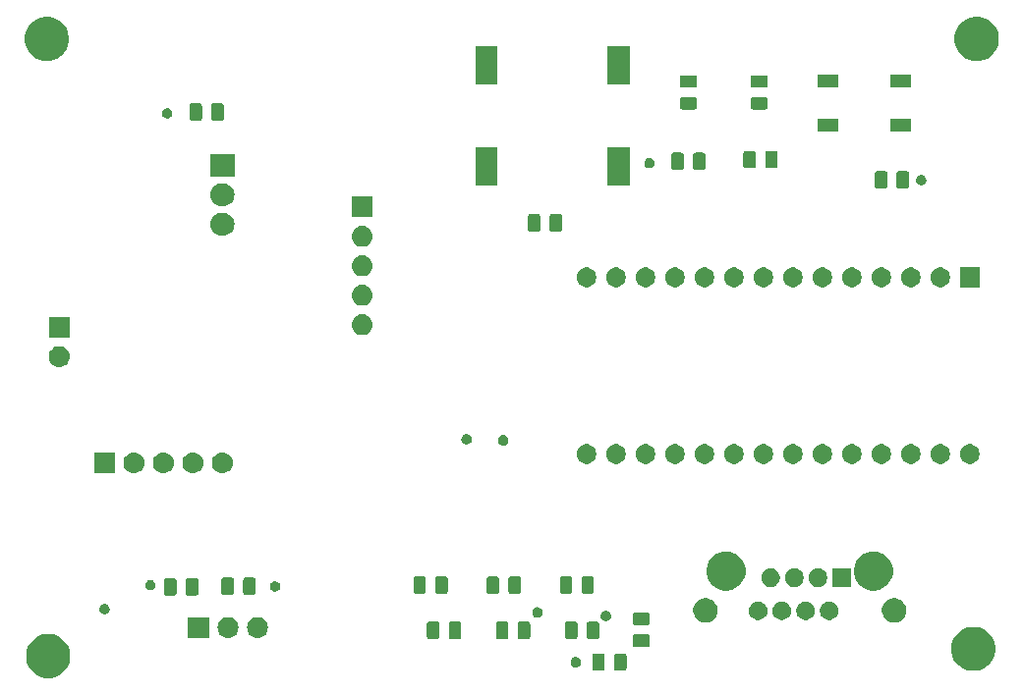
<source format=gbr>
G04 #@! TF.GenerationSoftware,KiCad,Pcbnew,(5.1.4-0-10_14)*
G04 #@! TF.CreationDate,2020-04-29T08:22:51-04:00*
G04 #@! TF.ProjectId,load_cell,6c6f6164-5f63-4656-9c6c-2e6b69636164,rev?*
G04 #@! TF.SameCoordinates,Original*
G04 #@! TF.FileFunction,Soldermask,Top*
G04 #@! TF.FilePolarity,Negative*
%FSLAX46Y46*%
G04 Gerber Fmt 4.6, Leading zero omitted, Abs format (unit mm)*
G04 Created by KiCad (PCBNEW (5.1.4-0-10_14)) date 2020-04-29 08:22:51*
%MOMM*%
%LPD*%
G04 APERTURE LIST*
%ADD10C,0.100000*%
G04 APERTURE END LIST*
D10*
G36*
X85254501Y-118772054D02*
G01*
X85346069Y-118809983D01*
X85600114Y-118915212D01*
X85600461Y-118915356D01*
X85911817Y-119123397D01*
X86176603Y-119388183D01*
X86384644Y-119699539D01*
X86527946Y-120045499D01*
X86564473Y-120229134D01*
X86601000Y-120412767D01*
X86601000Y-120787233D01*
X86571335Y-120936371D01*
X86527946Y-121154501D01*
X86441323Y-121363627D01*
X86384705Y-121500315D01*
X86384644Y-121500461D01*
X86176603Y-121811817D01*
X85911817Y-122076603D01*
X85600461Y-122284644D01*
X85254501Y-122427946D01*
X84887233Y-122501000D01*
X84512767Y-122501000D01*
X84145499Y-122427946D01*
X83799539Y-122284644D01*
X83488183Y-122076603D01*
X83223397Y-121811817D01*
X83015356Y-121500461D01*
X83015296Y-121500315D01*
X82958677Y-121363627D01*
X82872054Y-121154501D01*
X82828665Y-120936371D01*
X82799000Y-120787233D01*
X82799000Y-120412767D01*
X82835527Y-120229134D01*
X82872054Y-120045499D01*
X83015356Y-119699539D01*
X83223397Y-119388183D01*
X83488183Y-119123397D01*
X83799539Y-118915356D01*
X83799887Y-118915212D01*
X84053931Y-118809983D01*
X84145499Y-118772054D01*
X84512767Y-118699000D01*
X84887233Y-118699000D01*
X85254501Y-118772054D01*
X85254501Y-118772054D01*
G37*
G36*
X164954501Y-118172054D02*
G01*
X165300461Y-118315356D01*
X165611817Y-118523397D01*
X165876603Y-118788183D01*
X166084644Y-119099539D01*
X166227946Y-119445499D01*
X166261286Y-119613112D01*
X166278478Y-119699539D01*
X166301000Y-119812768D01*
X166301000Y-120187232D01*
X166227946Y-120554501D01*
X166084644Y-120900461D01*
X165876603Y-121211817D01*
X165611817Y-121476603D01*
X165300461Y-121684644D01*
X164954501Y-121827946D01*
X164587233Y-121901000D01*
X164212767Y-121901000D01*
X163845499Y-121827946D01*
X163499539Y-121684644D01*
X163188183Y-121476603D01*
X162923397Y-121211817D01*
X162715356Y-120900461D01*
X162572054Y-120554501D01*
X162499000Y-120187232D01*
X162499000Y-119812768D01*
X162521523Y-119699539D01*
X162538714Y-119613112D01*
X162572054Y-119445499D01*
X162715356Y-119099539D01*
X162923397Y-118788183D01*
X163188183Y-118523397D01*
X163499539Y-118315356D01*
X163845499Y-118172054D01*
X164212767Y-118099000D01*
X164587233Y-118099000D01*
X164954501Y-118172054D01*
X164954501Y-118172054D01*
G37*
G36*
X134359468Y-120403565D02*
G01*
X134398138Y-120415296D01*
X134433777Y-120434346D01*
X134465017Y-120459983D01*
X134490654Y-120491223D01*
X134509704Y-120526862D01*
X134521435Y-120565532D01*
X134526000Y-120611888D01*
X134526000Y-121688112D01*
X134521435Y-121734468D01*
X134509704Y-121773138D01*
X134490654Y-121808777D01*
X134465017Y-121840017D01*
X134433777Y-121865654D01*
X134398138Y-121884704D01*
X134359468Y-121896435D01*
X134313112Y-121901000D01*
X133661888Y-121901000D01*
X133615532Y-121896435D01*
X133576862Y-121884704D01*
X133541223Y-121865654D01*
X133509983Y-121840017D01*
X133484346Y-121808777D01*
X133465296Y-121773138D01*
X133453565Y-121734468D01*
X133449000Y-121688112D01*
X133449000Y-120611888D01*
X133453565Y-120565532D01*
X133465296Y-120526862D01*
X133484346Y-120491223D01*
X133509983Y-120459983D01*
X133541223Y-120434346D01*
X133576862Y-120415296D01*
X133615532Y-120403565D01*
X133661888Y-120399000D01*
X134313112Y-120399000D01*
X134359468Y-120403565D01*
X134359468Y-120403565D01*
G37*
G36*
X132484468Y-120403565D02*
G01*
X132523138Y-120415296D01*
X132558777Y-120434346D01*
X132590017Y-120459983D01*
X132615654Y-120491223D01*
X132634704Y-120526862D01*
X132646435Y-120565532D01*
X132651000Y-120611888D01*
X132651000Y-121688112D01*
X132646435Y-121734468D01*
X132634704Y-121773138D01*
X132615654Y-121808777D01*
X132590017Y-121840017D01*
X132558777Y-121865654D01*
X132523138Y-121884704D01*
X132484468Y-121896435D01*
X132438112Y-121901000D01*
X131786888Y-121901000D01*
X131740532Y-121896435D01*
X131701862Y-121884704D01*
X131666223Y-121865654D01*
X131634983Y-121840017D01*
X131609346Y-121808777D01*
X131590296Y-121773138D01*
X131578565Y-121734468D01*
X131574000Y-121688112D01*
X131574000Y-120611888D01*
X131578565Y-120565532D01*
X131590296Y-120526862D01*
X131609346Y-120491223D01*
X131634983Y-120459983D01*
X131666223Y-120434346D01*
X131701862Y-120415296D01*
X131740532Y-120403565D01*
X131786888Y-120399000D01*
X132438112Y-120399000D01*
X132484468Y-120403565D01*
X132484468Y-120403565D01*
G37*
G36*
X130281552Y-120716331D02*
G01*
X130363627Y-120750328D01*
X130363629Y-120750329D01*
X130400813Y-120775175D01*
X130437495Y-120799685D01*
X130500315Y-120862505D01*
X130549672Y-120936373D01*
X130583669Y-121018448D01*
X130601000Y-121105579D01*
X130601000Y-121194421D01*
X130583669Y-121281552D01*
X130549672Y-121363627D01*
X130549671Y-121363629D01*
X130500314Y-121437496D01*
X130437496Y-121500314D01*
X130363629Y-121549671D01*
X130363628Y-121549672D01*
X130363627Y-121549672D01*
X130281552Y-121583669D01*
X130194421Y-121601000D01*
X130105579Y-121601000D01*
X130018448Y-121583669D01*
X129936373Y-121549672D01*
X129936372Y-121549672D01*
X129936371Y-121549671D01*
X129862504Y-121500314D01*
X129799686Y-121437496D01*
X129750329Y-121363629D01*
X129750328Y-121363627D01*
X129716331Y-121281552D01*
X129699000Y-121194421D01*
X129699000Y-121105579D01*
X129716331Y-121018448D01*
X129750328Y-120936373D01*
X129799685Y-120862505D01*
X129862505Y-120799685D01*
X129899187Y-120775175D01*
X129936371Y-120750329D01*
X129936373Y-120750328D01*
X130018448Y-120716331D01*
X130105579Y-120699000D01*
X130194421Y-120699000D01*
X130281552Y-120716331D01*
X130281552Y-120716331D01*
G37*
G36*
X136384468Y-118753565D02*
G01*
X136423138Y-118765296D01*
X136458777Y-118784346D01*
X136490017Y-118809983D01*
X136515654Y-118841223D01*
X136534704Y-118876862D01*
X136546435Y-118915532D01*
X136551000Y-118961888D01*
X136551000Y-119613112D01*
X136546435Y-119659468D01*
X136534704Y-119698138D01*
X136515654Y-119733777D01*
X136490017Y-119765017D01*
X136458777Y-119790654D01*
X136423138Y-119809704D01*
X136384468Y-119821435D01*
X136338112Y-119826000D01*
X135261888Y-119826000D01*
X135215532Y-119821435D01*
X135176862Y-119809704D01*
X135141223Y-119790654D01*
X135109983Y-119765017D01*
X135084346Y-119733777D01*
X135065296Y-119698138D01*
X135053565Y-119659468D01*
X135049000Y-119613112D01*
X135049000Y-118961888D01*
X135053565Y-118915532D01*
X135065296Y-118876862D01*
X135084346Y-118841223D01*
X135109983Y-118809983D01*
X135141223Y-118784346D01*
X135176862Y-118765296D01*
X135215532Y-118753565D01*
X135261888Y-118749000D01*
X136338112Y-118749000D01*
X136384468Y-118753565D01*
X136384468Y-118753565D01*
G37*
G36*
X124184468Y-117653565D02*
G01*
X124223138Y-117665296D01*
X124258777Y-117684346D01*
X124290017Y-117709983D01*
X124315654Y-117741223D01*
X124334704Y-117776862D01*
X124346435Y-117815532D01*
X124351000Y-117861888D01*
X124351000Y-118938112D01*
X124346435Y-118984468D01*
X124334704Y-119023138D01*
X124315654Y-119058777D01*
X124290017Y-119090017D01*
X124258777Y-119115654D01*
X124223138Y-119134704D01*
X124184468Y-119146435D01*
X124138112Y-119151000D01*
X123486888Y-119151000D01*
X123440532Y-119146435D01*
X123401862Y-119134704D01*
X123366223Y-119115654D01*
X123334983Y-119090017D01*
X123309346Y-119058777D01*
X123290296Y-119023138D01*
X123278565Y-118984468D01*
X123274000Y-118938112D01*
X123274000Y-117861888D01*
X123278565Y-117815532D01*
X123290296Y-117776862D01*
X123309346Y-117741223D01*
X123334983Y-117709983D01*
X123366223Y-117684346D01*
X123401862Y-117665296D01*
X123440532Y-117653565D01*
X123486888Y-117649000D01*
X124138112Y-117649000D01*
X124184468Y-117653565D01*
X124184468Y-117653565D01*
G37*
G36*
X120109468Y-117653565D02*
G01*
X120148138Y-117665296D01*
X120183777Y-117684346D01*
X120215017Y-117709983D01*
X120240654Y-117741223D01*
X120259704Y-117776862D01*
X120271435Y-117815532D01*
X120276000Y-117861888D01*
X120276000Y-118938112D01*
X120271435Y-118984468D01*
X120259704Y-119023138D01*
X120240654Y-119058777D01*
X120215017Y-119090017D01*
X120183777Y-119115654D01*
X120148138Y-119134704D01*
X120109468Y-119146435D01*
X120063112Y-119151000D01*
X119411888Y-119151000D01*
X119365532Y-119146435D01*
X119326862Y-119134704D01*
X119291223Y-119115654D01*
X119259983Y-119090017D01*
X119234346Y-119058777D01*
X119215296Y-119023138D01*
X119203565Y-118984468D01*
X119199000Y-118938112D01*
X119199000Y-117861888D01*
X119203565Y-117815532D01*
X119215296Y-117776862D01*
X119234346Y-117741223D01*
X119259983Y-117709983D01*
X119291223Y-117684346D01*
X119326862Y-117665296D01*
X119365532Y-117653565D01*
X119411888Y-117649000D01*
X120063112Y-117649000D01*
X120109468Y-117653565D01*
X120109468Y-117653565D01*
G37*
G36*
X118234468Y-117653565D02*
G01*
X118273138Y-117665296D01*
X118308777Y-117684346D01*
X118340017Y-117709983D01*
X118365654Y-117741223D01*
X118384704Y-117776862D01*
X118396435Y-117815532D01*
X118401000Y-117861888D01*
X118401000Y-118938112D01*
X118396435Y-118984468D01*
X118384704Y-119023138D01*
X118365654Y-119058777D01*
X118340017Y-119090017D01*
X118308777Y-119115654D01*
X118273138Y-119134704D01*
X118234468Y-119146435D01*
X118188112Y-119151000D01*
X117536888Y-119151000D01*
X117490532Y-119146435D01*
X117451862Y-119134704D01*
X117416223Y-119115654D01*
X117384983Y-119090017D01*
X117359346Y-119058777D01*
X117340296Y-119023138D01*
X117328565Y-118984468D01*
X117324000Y-118938112D01*
X117324000Y-117861888D01*
X117328565Y-117815532D01*
X117340296Y-117776862D01*
X117359346Y-117741223D01*
X117384983Y-117709983D01*
X117416223Y-117684346D01*
X117451862Y-117665296D01*
X117490532Y-117653565D01*
X117536888Y-117649000D01*
X118188112Y-117649000D01*
X118234468Y-117653565D01*
X118234468Y-117653565D01*
G37*
G36*
X126059468Y-117653565D02*
G01*
X126098138Y-117665296D01*
X126133777Y-117684346D01*
X126165017Y-117709983D01*
X126190654Y-117741223D01*
X126209704Y-117776862D01*
X126221435Y-117815532D01*
X126226000Y-117861888D01*
X126226000Y-118938112D01*
X126221435Y-118984468D01*
X126209704Y-119023138D01*
X126190654Y-119058777D01*
X126165017Y-119090017D01*
X126133777Y-119115654D01*
X126098138Y-119134704D01*
X126059468Y-119146435D01*
X126013112Y-119151000D01*
X125361888Y-119151000D01*
X125315532Y-119146435D01*
X125276862Y-119134704D01*
X125241223Y-119115654D01*
X125209983Y-119090017D01*
X125184346Y-119058777D01*
X125165296Y-119023138D01*
X125153565Y-118984468D01*
X125149000Y-118938112D01*
X125149000Y-117861888D01*
X125153565Y-117815532D01*
X125165296Y-117776862D01*
X125184346Y-117741223D01*
X125209983Y-117709983D01*
X125241223Y-117684346D01*
X125276862Y-117665296D01*
X125315532Y-117653565D01*
X125361888Y-117649000D01*
X126013112Y-117649000D01*
X126059468Y-117653565D01*
X126059468Y-117653565D01*
G37*
G36*
X130134468Y-117653565D02*
G01*
X130173138Y-117665296D01*
X130208777Y-117684346D01*
X130240017Y-117709983D01*
X130265654Y-117741223D01*
X130284704Y-117776862D01*
X130296435Y-117815532D01*
X130301000Y-117861888D01*
X130301000Y-118938112D01*
X130296435Y-118984468D01*
X130284704Y-119023138D01*
X130265654Y-119058777D01*
X130240017Y-119090017D01*
X130208777Y-119115654D01*
X130173138Y-119134704D01*
X130134468Y-119146435D01*
X130088112Y-119151000D01*
X129436888Y-119151000D01*
X129390532Y-119146435D01*
X129351862Y-119134704D01*
X129316223Y-119115654D01*
X129284983Y-119090017D01*
X129259346Y-119058777D01*
X129240296Y-119023138D01*
X129228565Y-118984468D01*
X129224000Y-118938112D01*
X129224000Y-117861888D01*
X129228565Y-117815532D01*
X129240296Y-117776862D01*
X129259346Y-117741223D01*
X129284983Y-117709983D01*
X129316223Y-117684346D01*
X129351862Y-117665296D01*
X129390532Y-117653565D01*
X129436888Y-117649000D01*
X130088112Y-117649000D01*
X130134468Y-117653565D01*
X130134468Y-117653565D01*
G37*
G36*
X132009468Y-117653565D02*
G01*
X132048138Y-117665296D01*
X132083777Y-117684346D01*
X132115017Y-117709983D01*
X132140654Y-117741223D01*
X132159704Y-117776862D01*
X132171435Y-117815532D01*
X132176000Y-117861888D01*
X132176000Y-118938112D01*
X132171435Y-118984468D01*
X132159704Y-119023138D01*
X132140654Y-119058777D01*
X132115017Y-119090017D01*
X132083777Y-119115654D01*
X132048138Y-119134704D01*
X132009468Y-119146435D01*
X131963112Y-119151000D01*
X131311888Y-119151000D01*
X131265532Y-119146435D01*
X131226862Y-119134704D01*
X131191223Y-119115654D01*
X131159983Y-119090017D01*
X131134346Y-119058777D01*
X131115296Y-119023138D01*
X131103565Y-118984468D01*
X131099000Y-118938112D01*
X131099000Y-117861888D01*
X131103565Y-117815532D01*
X131115296Y-117776862D01*
X131134346Y-117741223D01*
X131159983Y-117709983D01*
X131191223Y-117684346D01*
X131226862Y-117665296D01*
X131265532Y-117653565D01*
X131311888Y-117649000D01*
X131963112Y-117649000D01*
X132009468Y-117653565D01*
X132009468Y-117653565D01*
G37*
G36*
X102840442Y-117255518D02*
G01*
X102906627Y-117262037D01*
X103076466Y-117313557D01*
X103232991Y-117397222D01*
X103250312Y-117411437D01*
X103370186Y-117509814D01*
X103430796Y-117583669D01*
X103482778Y-117647009D01*
X103566443Y-117803534D01*
X103617963Y-117973373D01*
X103635359Y-118150000D01*
X103617963Y-118326627D01*
X103566443Y-118496466D01*
X103482778Y-118652991D01*
X103453448Y-118688729D01*
X103370186Y-118790186D01*
X103274560Y-118868663D01*
X103232991Y-118902778D01*
X103076466Y-118986443D01*
X102906627Y-119037963D01*
X102840443Y-119044481D01*
X102774260Y-119051000D01*
X102685740Y-119051000D01*
X102619557Y-119044481D01*
X102553373Y-119037963D01*
X102383534Y-118986443D01*
X102227009Y-118902778D01*
X102185440Y-118868663D01*
X102089814Y-118790186D01*
X102006552Y-118688729D01*
X101977222Y-118652991D01*
X101893557Y-118496466D01*
X101842037Y-118326627D01*
X101824641Y-118150000D01*
X101842037Y-117973373D01*
X101893557Y-117803534D01*
X101977222Y-117647009D01*
X102029204Y-117583669D01*
X102089814Y-117509814D01*
X102209688Y-117411437D01*
X102227009Y-117397222D01*
X102383534Y-117313557D01*
X102553373Y-117262037D01*
X102619558Y-117255518D01*
X102685740Y-117249000D01*
X102774260Y-117249000D01*
X102840442Y-117255518D01*
X102840442Y-117255518D01*
G37*
G36*
X100300442Y-117255518D02*
G01*
X100366627Y-117262037D01*
X100536466Y-117313557D01*
X100692991Y-117397222D01*
X100710312Y-117411437D01*
X100830186Y-117509814D01*
X100890796Y-117583669D01*
X100942778Y-117647009D01*
X101026443Y-117803534D01*
X101077963Y-117973373D01*
X101095359Y-118150000D01*
X101077963Y-118326627D01*
X101026443Y-118496466D01*
X100942778Y-118652991D01*
X100913448Y-118688729D01*
X100830186Y-118790186D01*
X100734560Y-118868663D01*
X100692991Y-118902778D01*
X100536466Y-118986443D01*
X100366627Y-119037963D01*
X100300443Y-119044481D01*
X100234260Y-119051000D01*
X100145740Y-119051000D01*
X100079557Y-119044481D01*
X100013373Y-119037963D01*
X99843534Y-118986443D01*
X99687009Y-118902778D01*
X99645440Y-118868663D01*
X99549814Y-118790186D01*
X99466552Y-118688729D01*
X99437222Y-118652991D01*
X99353557Y-118496466D01*
X99302037Y-118326627D01*
X99284641Y-118150000D01*
X99302037Y-117973373D01*
X99353557Y-117803534D01*
X99437222Y-117647009D01*
X99489204Y-117583669D01*
X99549814Y-117509814D01*
X99669688Y-117411437D01*
X99687009Y-117397222D01*
X99843534Y-117313557D01*
X100013373Y-117262037D01*
X100079558Y-117255518D01*
X100145740Y-117249000D01*
X100234260Y-117249000D01*
X100300442Y-117255518D01*
X100300442Y-117255518D01*
G37*
G36*
X98551000Y-119051000D02*
G01*
X96749000Y-119051000D01*
X96749000Y-117249000D01*
X98551000Y-117249000D01*
X98551000Y-119051000D01*
X98551000Y-119051000D01*
G37*
G36*
X136384468Y-116878565D02*
G01*
X136423138Y-116890296D01*
X136458777Y-116909346D01*
X136490017Y-116934983D01*
X136515654Y-116966223D01*
X136534704Y-117001862D01*
X136546435Y-117040532D01*
X136551000Y-117086888D01*
X136551000Y-117738112D01*
X136546435Y-117784468D01*
X136534704Y-117823138D01*
X136515654Y-117858777D01*
X136490017Y-117890017D01*
X136458777Y-117915654D01*
X136423138Y-117934704D01*
X136384468Y-117946435D01*
X136338112Y-117951000D01*
X135261888Y-117951000D01*
X135215532Y-117946435D01*
X135176862Y-117934704D01*
X135141223Y-117915654D01*
X135109983Y-117890017D01*
X135084346Y-117858777D01*
X135065296Y-117823138D01*
X135053565Y-117784468D01*
X135049000Y-117738112D01*
X135049000Y-117086888D01*
X135053565Y-117040532D01*
X135065296Y-117001862D01*
X135084346Y-116966223D01*
X135109983Y-116934983D01*
X135141223Y-116909346D01*
X135176862Y-116890296D01*
X135215532Y-116878565D01*
X135261888Y-116874000D01*
X136338112Y-116874000D01*
X136384468Y-116878565D01*
X136384468Y-116878565D01*
G37*
G36*
X141626564Y-115668589D02*
G01*
X141817833Y-115747815D01*
X141817835Y-115747816D01*
X141989973Y-115862835D01*
X142136365Y-116009227D01*
X142230646Y-116150328D01*
X142251385Y-116181367D01*
X142330611Y-116372636D01*
X142371000Y-116575684D01*
X142371000Y-116782716D01*
X142330611Y-116985764D01*
X142265378Y-117143250D01*
X142251384Y-117177035D01*
X142136365Y-117349173D01*
X141989973Y-117495565D01*
X141817835Y-117610584D01*
X141817834Y-117610585D01*
X141817833Y-117610585D01*
X141626564Y-117689811D01*
X141423516Y-117730200D01*
X141216484Y-117730200D01*
X141013436Y-117689811D01*
X140822167Y-117610585D01*
X140822166Y-117610585D01*
X140822165Y-117610584D01*
X140650027Y-117495565D01*
X140503635Y-117349173D01*
X140388616Y-117177035D01*
X140374622Y-117143250D01*
X140309389Y-116985764D01*
X140269000Y-116782716D01*
X140269000Y-116575684D01*
X140309389Y-116372636D01*
X140388615Y-116181367D01*
X140409355Y-116150328D01*
X140503635Y-116009227D01*
X140650027Y-115862835D01*
X140822165Y-115747816D01*
X140822167Y-115747815D01*
X141013436Y-115668589D01*
X141216484Y-115628200D01*
X141423516Y-115628200D01*
X141626564Y-115668589D01*
X141626564Y-115668589D01*
G37*
G36*
X157886564Y-115668589D02*
G01*
X158077833Y-115747815D01*
X158077835Y-115747816D01*
X158249973Y-115862835D01*
X158396365Y-116009227D01*
X158490646Y-116150328D01*
X158511385Y-116181367D01*
X158590611Y-116372636D01*
X158631000Y-116575684D01*
X158631000Y-116782716D01*
X158590611Y-116985764D01*
X158525378Y-117143250D01*
X158511384Y-117177035D01*
X158396365Y-117349173D01*
X158249973Y-117495565D01*
X158077835Y-117610584D01*
X158077834Y-117610585D01*
X158077833Y-117610585D01*
X157886564Y-117689811D01*
X157683516Y-117730200D01*
X157476484Y-117730200D01*
X157273436Y-117689811D01*
X157082167Y-117610585D01*
X157082166Y-117610585D01*
X157082165Y-117610584D01*
X156910027Y-117495565D01*
X156763635Y-117349173D01*
X156648616Y-117177035D01*
X156634622Y-117143250D01*
X156569389Y-116985764D01*
X156529000Y-116782716D01*
X156529000Y-116575684D01*
X156569389Y-116372636D01*
X156648615Y-116181367D01*
X156669355Y-116150328D01*
X156763635Y-116009227D01*
X156910027Y-115862835D01*
X157082165Y-115747816D01*
X157082167Y-115747815D01*
X157273436Y-115668589D01*
X157476484Y-115628200D01*
X157683516Y-115628200D01*
X157886564Y-115668589D01*
X157886564Y-115668589D01*
G37*
G36*
X132881552Y-116716331D02*
G01*
X132963627Y-116750328D01*
X132963629Y-116750329D01*
X133000813Y-116775175D01*
X133037495Y-116799685D01*
X133100315Y-116862505D01*
X133111046Y-116878565D01*
X133148917Y-116935242D01*
X133149672Y-116936373D01*
X133183669Y-117018448D01*
X133201000Y-117105579D01*
X133201000Y-117194421D01*
X133183669Y-117281552D01*
X133149672Y-117363627D01*
X133100315Y-117437495D01*
X133037495Y-117500315D01*
X133023277Y-117509815D01*
X132963629Y-117549671D01*
X132963628Y-117549672D01*
X132963627Y-117549672D01*
X132881552Y-117583669D01*
X132794421Y-117601000D01*
X132705579Y-117601000D01*
X132618448Y-117583669D01*
X132536373Y-117549672D01*
X132536372Y-117549672D01*
X132536371Y-117549671D01*
X132476723Y-117509815D01*
X132462505Y-117500315D01*
X132399685Y-117437495D01*
X132350328Y-117363627D01*
X132316331Y-117281552D01*
X132299000Y-117194421D01*
X132299000Y-117105579D01*
X132316331Y-117018448D01*
X132350328Y-116936373D01*
X132351084Y-116935242D01*
X132388954Y-116878565D01*
X132399685Y-116862505D01*
X132462505Y-116799685D01*
X132499187Y-116775175D01*
X132536371Y-116750329D01*
X132536373Y-116750328D01*
X132618448Y-116716331D01*
X132705579Y-116699000D01*
X132794421Y-116699000D01*
X132881552Y-116716331D01*
X132881552Y-116716331D01*
G37*
G36*
X152215642Y-115931381D02*
G01*
X152361414Y-115991762D01*
X152361416Y-115991763D01*
X152492608Y-116079422D01*
X152604178Y-116190992D01*
X152651960Y-116262504D01*
X152691838Y-116322186D01*
X152752219Y-116467958D01*
X152783000Y-116622707D01*
X152783000Y-116780493D01*
X152752219Y-116935242D01*
X152708739Y-117040212D01*
X152691837Y-117081016D01*
X152604178Y-117212208D01*
X152492608Y-117323778D01*
X152361416Y-117411437D01*
X152361415Y-117411438D01*
X152361414Y-117411438D01*
X152215642Y-117471819D01*
X152060893Y-117502600D01*
X151903107Y-117502600D01*
X151748358Y-117471819D01*
X151602586Y-117411438D01*
X151602585Y-117411438D01*
X151602584Y-117411437D01*
X151471392Y-117323778D01*
X151359822Y-117212208D01*
X151272163Y-117081016D01*
X151255261Y-117040212D01*
X151211781Y-116935242D01*
X151181000Y-116780493D01*
X151181000Y-116622707D01*
X151211781Y-116467958D01*
X151272162Y-116322186D01*
X151312040Y-116262504D01*
X151359822Y-116190992D01*
X151471392Y-116079422D01*
X151602584Y-115991763D01*
X151602586Y-115991762D01*
X151748358Y-115931381D01*
X151903107Y-115900600D01*
X152060893Y-115900600D01*
X152215642Y-115931381D01*
X152215642Y-115931381D01*
G37*
G36*
X150175642Y-115931381D02*
G01*
X150321414Y-115991762D01*
X150321416Y-115991763D01*
X150452608Y-116079422D01*
X150564178Y-116190992D01*
X150611960Y-116262504D01*
X150651838Y-116322186D01*
X150712219Y-116467958D01*
X150743000Y-116622707D01*
X150743000Y-116780493D01*
X150712219Y-116935242D01*
X150668739Y-117040212D01*
X150651837Y-117081016D01*
X150564178Y-117212208D01*
X150452608Y-117323778D01*
X150321416Y-117411437D01*
X150321415Y-117411438D01*
X150321414Y-117411438D01*
X150175642Y-117471819D01*
X150020893Y-117502600D01*
X149863107Y-117502600D01*
X149708358Y-117471819D01*
X149562586Y-117411438D01*
X149562585Y-117411438D01*
X149562584Y-117411437D01*
X149431392Y-117323778D01*
X149319822Y-117212208D01*
X149232163Y-117081016D01*
X149215261Y-117040212D01*
X149171781Y-116935242D01*
X149141000Y-116780493D01*
X149141000Y-116622707D01*
X149171781Y-116467958D01*
X149232162Y-116322186D01*
X149272040Y-116262504D01*
X149319822Y-116190992D01*
X149431392Y-116079422D01*
X149562584Y-115991763D01*
X149562586Y-115991762D01*
X149708358Y-115931381D01*
X149863107Y-115900600D01*
X150020893Y-115900600D01*
X150175642Y-115931381D01*
X150175642Y-115931381D01*
G37*
G36*
X148135642Y-115931381D02*
G01*
X148281414Y-115991762D01*
X148281416Y-115991763D01*
X148412608Y-116079422D01*
X148524178Y-116190992D01*
X148571960Y-116262504D01*
X148611838Y-116322186D01*
X148672219Y-116467958D01*
X148703000Y-116622707D01*
X148703000Y-116780493D01*
X148672219Y-116935242D01*
X148628739Y-117040212D01*
X148611837Y-117081016D01*
X148524178Y-117212208D01*
X148412608Y-117323778D01*
X148281416Y-117411437D01*
X148281415Y-117411438D01*
X148281414Y-117411438D01*
X148135642Y-117471819D01*
X147980893Y-117502600D01*
X147823107Y-117502600D01*
X147668358Y-117471819D01*
X147522586Y-117411438D01*
X147522585Y-117411438D01*
X147522584Y-117411437D01*
X147391392Y-117323778D01*
X147279822Y-117212208D01*
X147192163Y-117081016D01*
X147175261Y-117040212D01*
X147131781Y-116935242D01*
X147101000Y-116780493D01*
X147101000Y-116622707D01*
X147131781Y-116467958D01*
X147192162Y-116322186D01*
X147232040Y-116262504D01*
X147279822Y-116190992D01*
X147391392Y-116079422D01*
X147522584Y-115991763D01*
X147522586Y-115991762D01*
X147668358Y-115931381D01*
X147823107Y-115900600D01*
X147980893Y-115900600D01*
X148135642Y-115931381D01*
X148135642Y-115931381D01*
G37*
G36*
X146095642Y-115931381D02*
G01*
X146241414Y-115991762D01*
X146241416Y-115991763D01*
X146372608Y-116079422D01*
X146484178Y-116190992D01*
X146531960Y-116262504D01*
X146571838Y-116322186D01*
X146632219Y-116467958D01*
X146663000Y-116622707D01*
X146663000Y-116780493D01*
X146632219Y-116935242D01*
X146588739Y-117040212D01*
X146571837Y-117081016D01*
X146484178Y-117212208D01*
X146372608Y-117323778D01*
X146241416Y-117411437D01*
X146241415Y-117411438D01*
X146241414Y-117411438D01*
X146095642Y-117471819D01*
X145940893Y-117502600D01*
X145783107Y-117502600D01*
X145628358Y-117471819D01*
X145482586Y-117411438D01*
X145482585Y-117411438D01*
X145482584Y-117411437D01*
X145351392Y-117323778D01*
X145239822Y-117212208D01*
X145152163Y-117081016D01*
X145135261Y-117040212D01*
X145091781Y-116935242D01*
X145061000Y-116780493D01*
X145061000Y-116622707D01*
X145091781Y-116467958D01*
X145152162Y-116322186D01*
X145192040Y-116262504D01*
X145239822Y-116190992D01*
X145351392Y-116079422D01*
X145482584Y-115991763D01*
X145482586Y-115991762D01*
X145628358Y-115931381D01*
X145783107Y-115900600D01*
X145940893Y-115900600D01*
X146095642Y-115931381D01*
X146095642Y-115931381D01*
G37*
G36*
X126981552Y-116416331D02*
G01*
X127063627Y-116450328D01*
X127063629Y-116450329D01*
X127137496Y-116499686D01*
X127200314Y-116562504D01*
X127240542Y-116622708D01*
X127249672Y-116636373D01*
X127283669Y-116718448D01*
X127301000Y-116805579D01*
X127301000Y-116894421D01*
X127283669Y-116981552D01*
X127259371Y-117040212D01*
X127249671Y-117063629D01*
X127200314Y-117137496D01*
X127137496Y-117200314D01*
X127063629Y-117249671D01*
X127063628Y-117249672D01*
X127063627Y-117249672D01*
X126981552Y-117283669D01*
X126894421Y-117301000D01*
X126805579Y-117301000D01*
X126718448Y-117283669D01*
X126636373Y-117249672D01*
X126636372Y-117249672D01*
X126636371Y-117249671D01*
X126562504Y-117200314D01*
X126499686Y-117137496D01*
X126450329Y-117063629D01*
X126440629Y-117040212D01*
X126416331Y-116981552D01*
X126399000Y-116894421D01*
X126399000Y-116805579D01*
X126416331Y-116718448D01*
X126450328Y-116636373D01*
X126459459Y-116622708D01*
X126499686Y-116562504D01*
X126562504Y-116499686D01*
X126636371Y-116450329D01*
X126636373Y-116450328D01*
X126718448Y-116416331D01*
X126805579Y-116399000D01*
X126894421Y-116399000D01*
X126981552Y-116416331D01*
X126981552Y-116416331D01*
G37*
G36*
X89681552Y-116116331D02*
G01*
X89763627Y-116150328D01*
X89763629Y-116150329D01*
X89800813Y-116175175D01*
X89837495Y-116199685D01*
X89900315Y-116262505D01*
X89949672Y-116336373D01*
X89983669Y-116418448D01*
X90001000Y-116505579D01*
X90001000Y-116594421D01*
X89983669Y-116681552D01*
X89955180Y-116750329D01*
X89949671Y-116763629D01*
X89900314Y-116837496D01*
X89837496Y-116900314D01*
X89763629Y-116949671D01*
X89763628Y-116949672D01*
X89763627Y-116949672D01*
X89681552Y-116983669D01*
X89594421Y-117001000D01*
X89505579Y-117001000D01*
X89418448Y-116983669D01*
X89336373Y-116949672D01*
X89336372Y-116949672D01*
X89336371Y-116949671D01*
X89262504Y-116900314D01*
X89199686Y-116837496D01*
X89150329Y-116763629D01*
X89144820Y-116750329D01*
X89116331Y-116681552D01*
X89099000Y-116594421D01*
X89099000Y-116505579D01*
X89116331Y-116418448D01*
X89150328Y-116336373D01*
X89199685Y-116262505D01*
X89262505Y-116199685D01*
X89299187Y-116175175D01*
X89336371Y-116150329D01*
X89336373Y-116150328D01*
X89418448Y-116116331D01*
X89505579Y-116099000D01*
X89594421Y-116099000D01*
X89681552Y-116116331D01*
X89681552Y-116116331D01*
G37*
G36*
X97459468Y-113903565D02*
G01*
X97498138Y-113915296D01*
X97533777Y-113934346D01*
X97565017Y-113959983D01*
X97590654Y-113991223D01*
X97609704Y-114026862D01*
X97621435Y-114065532D01*
X97626000Y-114111888D01*
X97626000Y-115188112D01*
X97621435Y-115234468D01*
X97609704Y-115273138D01*
X97590654Y-115308777D01*
X97565017Y-115340017D01*
X97533777Y-115365654D01*
X97498138Y-115384704D01*
X97459468Y-115396435D01*
X97413112Y-115401000D01*
X96761888Y-115401000D01*
X96715532Y-115396435D01*
X96676862Y-115384704D01*
X96641223Y-115365654D01*
X96609983Y-115340017D01*
X96584346Y-115308777D01*
X96565296Y-115273138D01*
X96553565Y-115234468D01*
X96549000Y-115188112D01*
X96549000Y-114111888D01*
X96553565Y-114065532D01*
X96565296Y-114026862D01*
X96584346Y-113991223D01*
X96609983Y-113959983D01*
X96641223Y-113934346D01*
X96676862Y-113915296D01*
X96715532Y-113903565D01*
X96761888Y-113899000D01*
X97413112Y-113899000D01*
X97459468Y-113903565D01*
X97459468Y-113903565D01*
G37*
G36*
X95584468Y-113903565D02*
G01*
X95623138Y-113915296D01*
X95658777Y-113934346D01*
X95690017Y-113959983D01*
X95715654Y-113991223D01*
X95734704Y-114026862D01*
X95746435Y-114065532D01*
X95751000Y-114111888D01*
X95751000Y-115188112D01*
X95746435Y-115234468D01*
X95734704Y-115273138D01*
X95715654Y-115308777D01*
X95690017Y-115340017D01*
X95658777Y-115365654D01*
X95623138Y-115384704D01*
X95584468Y-115396435D01*
X95538112Y-115401000D01*
X94886888Y-115401000D01*
X94840532Y-115396435D01*
X94801862Y-115384704D01*
X94766223Y-115365654D01*
X94734983Y-115340017D01*
X94709346Y-115308777D01*
X94690296Y-115273138D01*
X94678565Y-115234468D01*
X94674000Y-115188112D01*
X94674000Y-114111888D01*
X94678565Y-114065532D01*
X94690296Y-114026862D01*
X94709346Y-113991223D01*
X94734983Y-113959983D01*
X94766223Y-113934346D01*
X94801862Y-113915296D01*
X94840532Y-113903565D01*
X94886888Y-113899000D01*
X95538112Y-113899000D01*
X95584468Y-113903565D01*
X95584468Y-113903565D01*
G37*
G36*
X102409468Y-113853565D02*
G01*
X102448138Y-113865296D01*
X102483777Y-113884346D01*
X102515017Y-113909983D01*
X102540654Y-113941223D01*
X102559704Y-113976862D01*
X102571435Y-114015532D01*
X102576000Y-114061888D01*
X102576000Y-115138112D01*
X102571435Y-115184468D01*
X102559704Y-115223138D01*
X102540654Y-115258777D01*
X102515017Y-115290017D01*
X102483777Y-115315654D01*
X102448138Y-115334704D01*
X102409468Y-115346435D01*
X102363112Y-115351000D01*
X101711888Y-115351000D01*
X101665532Y-115346435D01*
X101626862Y-115334704D01*
X101591223Y-115315654D01*
X101559983Y-115290017D01*
X101534346Y-115258777D01*
X101515296Y-115223138D01*
X101503565Y-115184468D01*
X101499000Y-115138112D01*
X101499000Y-114061888D01*
X101503565Y-114015532D01*
X101515296Y-113976862D01*
X101534346Y-113941223D01*
X101559983Y-113909983D01*
X101591223Y-113884346D01*
X101626862Y-113865296D01*
X101665532Y-113853565D01*
X101711888Y-113849000D01*
X102363112Y-113849000D01*
X102409468Y-113853565D01*
X102409468Y-113853565D01*
G37*
G36*
X100534468Y-113853565D02*
G01*
X100573138Y-113865296D01*
X100608777Y-113884346D01*
X100640017Y-113909983D01*
X100665654Y-113941223D01*
X100684704Y-113976862D01*
X100696435Y-114015532D01*
X100701000Y-114061888D01*
X100701000Y-115138112D01*
X100696435Y-115184468D01*
X100684704Y-115223138D01*
X100665654Y-115258777D01*
X100640017Y-115290017D01*
X100608777Y-115315654D01*
X100573138Y-115334704D01*
X100534468Y-115346435D01*
X100488112Y-115351000D01*
X99836888Y-115351000D01*
X99790532Y-115346435D01*
X99751862Y-115334704D01*
X99716223Y-115315654D01*
X99684983Y-115290017D01*
X99659346Y-115258777D01*
X99640296Y-115223138D01*
X99628565Y-115184468D01*
X99624000Y-115138112D01*
X99624000Y-114061888D01*
X99628565Y-114015532D01*
X99640296Y-113976862D01*
X99659346Y-113941223D01*
X99684983Y-113909983D01*
X99716223Y-113884346D01*
X99751862Y-113865296D01*
X99790532Y-113853565D01*
X99836888Y-113849000D01*
X100488112Y-113849000D01*
X100534468Y-113853565D01*
X100534468Y-113853565D01*
G37*
G36*
X118959468Y-113753565D02*
G01*
X118998138Y-113765296D01*
X119033777Y-113784346D01*
X119065017Y-113809983D01*
X119090654Y-113841223D01*
X119109704Y-113876862D01*
X119121435Y-113915532D01*
X119126000Y-113961888D01*
X119126000Y-115038112D01*
X119121435Y-115084468D01*
X119109704Y-115123138D01*
X119090654Y-115158777D01*
X119065017Y-115190017D01*
X119033777Y-115215654D01*
X118998138Y-115234704D01*
X118959468Y-115246435D01*
X118913112Y-115251000D01*
X118261888Y-115251000D01*
X118215532Y-115246435D01*
X118176862Y-115234704D01*
X118141223Y-115215654D01*
X118109983Y-115190017D01*
X118084346Y-115158777D01*
X118065296Y-115123138D01*
X118053565Y-115084468D01*
X118049000Y-115038112D01*
X118049000Y-113961888D01*
X118053565Y-113915532D01*
X118065296Y-113876862D01*
X118084346Y-113841223D01*
X118109983Y-113809983D01*
X118141223Y-113784346D01*
X118176862Y-113765296D01*
X118215532Y-113753565D01*
X118261888Y-113749000D01*
X118913112Y-113749000D01*
X118959468Y-113753565D01*
X118959468Y-113753565D01*
G37*
G36*
X117084468Y-113753565D02*
G01*
X117123138Y-113765296D01*
X117158777Y-113784346D01*
X117190017Y-113809983D01*
X117215654Y-113841223D01*
X117234704Y-113876862D01*
X117246435Y-113915532D01*
X117251000Y-113961888D01*
X117251000Y-115038112D01*
X117246435Y-115084468D01*
X117234704Y-115123138D01*
X117215654Y-115158777D01*
X117190017Y-115190017D01*
X117158777Y-115215654D01*
X117123138Y-115234704D01*
X117084468Y-115246435D01*
X117038112Y-115251000D01*
X116386888Y-115251000D01*
X116340532Y-115246435D01*
X116301862Y-115234704D01*
X116266223Y-115215654D01*
X116234983Y-115190017D01*
X116209346Y-115158777D01*
X116190296Y-115123138D01*
X116178565Y-115084468D01*
X116174000Y-115038112D01*
X116174000Y-113961888D01*
X116178565Y-113915532D01*
X116190296Y-113876862D01*
X116209346Y-113841223D01*
X116234983Y-113809983D01*
X116266223Y-113784346D01*
X116301862Y-113765296D01*
X116340532Y-113753565D01*
X116386888Y-113749000D01*
X117038112Y-113749000D01*
X117084468Y-113753565D01*
X117084468Y-113753565D01*
G37*
G36*
X123384468Y-113753565D02*
G01*
X123423138Y-113765296D01*
X123458777Y-113784346D01*
X123490017Y-113809983D01*
X123515654Y-113841223D01*
X123534704Y-113876862D01*
X123546435Y-113915532D01*
X123551000Y-113961888D01*
X123551000Y-115038112D01*
X123546435Y-115084468D01*
X123534704Y-115123138D01*
X123515654Y-115158777D01*
X123490017Y-115190017D01*
X123458777Y-115215654D01*
X123423138Y-115234704D01*
X123384468Y-115246435D01*
X123338112Y-115251000D01*
X122686888Y-115251000D01*
X122640532Y-115246435D01*
X122601862Y-115234704D01*
X122566223Y-115215654D01*
X122534983Y-115190017D01*
X122509346Y-115158777D01*
X122490296Y-115123138D01*
X122478565Y-115084468D01*
X122474000Y-115038112D01*
X122474000Y-113961888D01*
X122478565Y-113915532D01*
X122490296Y-113876862D01*
X122509346Y-113841223D01*
X122534983Y-113809983D01*
X122566223Y-113784346D01*
X122601862Y-113765296D01*
X122640532Y-113753565D01*
X122686888Y-113749000D01*
X123338112Y-113749000D01*
X123384468Y-113753565D01*
X123384468Y-113753565D01*
G37*
G36*
X125259468Y-113753565D02*
G01*
X125298138Y-113765296D01*
X125333777Y-113784346D01*
X125365017Y-113809983D01*
X125390654Y-113841223D01*
X125409704Y-113876862D01*
X125421435Y-113915532D01*
X125426000Y-113961888D01*
X125426000Y-115038112D01*
X125421435Y-115084468D01*
X125409704Y-115123138D01*
X125390654Y-115158777D01*
X125365017Y-115190017D01*
X125333777Y-115215654D01*
X125298138Y-115234704D01*
X125259468Y-115246435D01*
X125213112Y-115251000D01*
X124561888Y-115251000D01*
X124515532Y-115246435D01*
X124476862Y-115234704D01*
X124441223Y-115215654D01*
X124409983Y-115190017D01*
X124384346Y-115158777D01*
X124365296Y-115123138D01*
X124353565Y-115084468D01*
X124349000Y-115038112D01*
X124349000Y-113961888D01*
X124353565Y-113915532D01*
X124365296Y-113876862D01*
X124384346Y-113841223D01*
X124409983Y-113809983D01*
X124441223Y-113784346D01*
X124476862Y-113765296D01*
X124515532Y-113753565D01*
X124561888Y-113749000D01*
X125213112Y-113749000D01*
X125259468Y-113753565D01*
X125259468Y-113753565D01*
G37*
G36*
X129684468Y-113753565D02*
G01*
X129723138Y-113765296D01*
X129758777Y-113784346D01*
X129790017Y-113809983D01*
X129815654Y-113841223D01*
X129834704Y-113876862D01*
X129846435Y-113915532D01*
X129851000Y-113961888D01*
X129851000Y-115038112D01*
X129846435Y-115084468D01*
X129834704Y-115123138D01*
X129815654Y-115158777D01*
X129790017Y-115190017D01*
X129758777Y-115215654D01*
X129723138Y-115234704D01*
X129684468Y-115246435D01*
X129638112Y-115251000D01*
X128986888Y-115251000D01*
X128940532Y-115246435D01*
X128901862Y-115234704D01*
X128866223Y-115215654D01*
X128834983Y-115190017D01*
X128809346Y-115158777D01*
X128790296Y-115123138D01*
X128778565Y-115084468D01*
X128774000Y-115038112D01*
X128774000Y-113961888D01*
X128778565Y-113915532D01*
X128790296Y-113876862D01*
X128809346Y-113841223D01*
X128834983Y-113809983D01*
X128866223Y-113784346D01*
X128901862Y-113765296D01*
X128940532Y-113753565D01*
X128986888Y-113749000D01*
X129638112Y-113749000D01*
X129684468Y-113753565D01*
X129684468Y-113753565D01*
G37*
G36*
X131559468Y-113753565D02*
G01*
X131598138Y-113765296D01*
X131633777Y-113784346D01*
X131665017Y-113809983D01*
X131690654Y-113841223D01*
X131709704Y-113876862D01*
X131721435Y-113915532D01*
X131726000Y-113961888D01*
X131726000Y-115038112D01*
X131721435Y-115084468D01*
X131709704Y-115123138D01*
X131690654Y-115158777D01*
X131665017Y-115190017D01*
X131633777Y-115215654D01*
X131598138Y-115234704D01*
X131559468Y-115246435D01*
X131513112Y-115251000D01*
X130861888Y-115251000D01*
X130815532Y-115246435D01*
X130776862Y-115234704D01*
X130741223Y-115215654D01*
X130709983Y-115190017D01*
X130684346Y-115158777D01*
X130665296Y-115123138D01*
X130653565Y-115084468D01*
X130649000Y-115038112D01*
X130649000Y-113961888D01*
X130653565Y-113915532D01*
X130665296Y-113876862D01*
X130684346Y-113841223D01*
X130709983Y-113809983D01*
X130741223Y-113784346D01*
X130776862Y-113765296D01*
X130815532Y-113753565D01*
X130861888Y-113749000D01*
X131513112Y-113749000D01*
X131559468Y-113753565D01*
X131559468Y-113753565D01*
G37*
G36*
X104381552Y-114166331D02*
G01*
X104463627Y-114200328D01*
X104463629Y-114200329D01*
X104537496Y-114249686D01*
X104600314Y-114312504D01*
X104638337Y-114369408D01*
X104649672Y-114386373D01*
X104683669Y-114468448D01*
X104701000Y-114555579D01*
X104701000Y-114644421D01*
X104683669Y-114731552D01*
X104649672Y-114813627D01*
X104600315Y-114887495D01*
X104537495Y-114950315D01*
X104500813Y-114974825D01*
X104463629Y-114999671D01*
X104463628Y-114999672D01*
X104463627Y-114999672D01*
X104381552Y-115033669D01*
X104294421Y-115051000D01*
X104205579Y-115051000D01*
X104118448Y-115033669D01*
X104036373Y-114999672D01*
X104036372Y-114999672D01*
X104036371Y-114999671D01*
X103999187Y-114974825D01*
X103962505Y-114950315D01*
X103899685Y-114887495D01*
X103850328Y-114813627D01*
X103816331Y-114731552D01*
X103799000Y-114644421D01*
X103799000Y-114555579D01*
X103816331Y-114468448D01*
X103850328Y-114386373D01*
X103861664Y-114369408D01*
X103899686Y-114312504D01*
X103962504Y-114249686D01*
X104036371Y-114200329D01*
X104036373Y-114200328D01*
X104118448Y-114166331D01*
X104205579Y-114149000D01*
X104294421Y-114149000D01*
X104381552Y-114166331D01*
X104381552Y-114166331D01*
G37*
G36*
X143426971Y-111656204D02*
G01*
X143588871Y-111688408D01*
X143893883Y-111814748D01*
X144168387Y-111998166D01*
X144401834Y-112231613D01*
X144585252Y-112506117D01*
X144711592Y-112811129D01*
X144776000Y-113134928D01*
X144776000Y-113465072D01*
X144711592Y-113788871D01*
X144585252Y-114093883D01*
X144401834Y-114368387D01*
X144168387Y-114601834D01*
X143893883Y-114785252D01*
X143588871Y-114911592D01*
X143477888Y-114933668D01*
X143265073Y-114976000D01*
X142934927Y-114976000D01*
X142722112Y-114933668D01*
X142611129Y-114911592D01*
X142306117Y-114785252D01*
X142031613Y-114601834D01*
X141798166Y-114368387D01*
X141614748Y-114093883D01*
X141488408Y-113788871D01*
X141424000Y-113465072D01*
X141424000Y-113134928D01*
X141488408Y-112811129D01*
X141614748Y-112506117D01*
X141798166Y-112231613D01*
X142031613Y-111998166D01*
X142306117Y-111814748D01*
X142611129Y-111688408D01*
X142773029Y-111656204D01*
X142934927Y-111624000D01*
X143265073Y-111624000D01*
X143426971Y-111656204D01*
X143426971Y-111656204D01*
G37*
G36*
X156126971Y-111656204D02*
G01*
X156288871Y-111688408D01*
X156593883Y-111814748D01*
X156868387Y-111998166D01*
X157101834Y-112231613D01*
X157285252Y-112506117D01*
X157411592Y-112811129D01*
X157476000Y-113134928D01*
X157476000Y-113465072D01*
X157411592Y-113788871D01*
X157285252Y-114093883D01*
X157101834Y-114368387D01*
X156868387Y-114601834D01*
X156593883Y-114785252D01*
X156288871Y-114911592D01*
X156177888Y-114933668D01*
X155965073Y-114976000D01*
X155634927Y-114976000D01*
X155422112Y-114933668D01*
X155311129Y-114911592D01*
X155006117Y-114785252D01*
X154731613Y-114601834D01*
X154498166Y-114368387D01*
X154314748Y-114093883D01*
X154188408Y-113788871D01*
X154124000Y-113465072D01*
X154124000Y-113134928D01*
X154188408Y-112811129D01*
X154314748Y-112506117D01*
X154498166Y-112231613D01*
X154731613Y-111998166D01*
X155006117Y-111814748D01*
X155311129Y-111688408D01*
X155473029Y-111656204D01*
X155634927Y-111624000D01*
X155965073Y-111624000D01*
X156126971Y-111656204D01*
X156126971Y-111656204D01*
G37*
G36*
X93631552Y-114066331D02*
G01*
X93713627Y-114100328D01*
X93713629Y-114100329D01*
X93730928Y-114111888D01*
X93787495Y-114149685D01*
X93850315Y-114212505D01*
X93899672Y-114286373D01*
X93933669Y-114368448D01*
X93951000Y-114455579D01*
X93951000Y-114544421D01*
X93933669Y-114631552D01*
X93899672Y-114713627D01*
X93851814Y-114785252D01*
X93850314Y-114787496D01*
X93787496Y-114850314D01*
X93713629Y-114899671D01*
X93713628Y-114899672D01*
X93713627Y-114899672D01*
X93631552Y-114933669D01*
X93544421Y-114951000D01*
X93455579Y-114951000D01*
X93368448Y-114933669D01*
X93286373Y-114899672D01*
X93286372Y-114899672D01*
X93286371Y-114899671D01*
X93212504Y-114850314D01*
X93149686Y-114787496D01*
X93148187Y-114785252D01*
X93100328Y-114713627D01*
X93066331Y-114631552D01*
X93049000Y-114544421D01*
X93049000Y-114455579D01*
X93066331Y-114368448D01*
X93100328Y-114286373D01*
X93149685Y-114212505D01*
X93212505Y-114149685D01*
X93269072Y-114111888D01*
X93286371Y-114100329D01*
X93286373Y-114100328D01*
X93368448Y-114066331D01*
X93455579Y-114049000D01*
X93544421Y-114049000D01*
X93631552Y-114066331D01*
X93631552Y-114066331D01*
G37*
G36*
X147166442Y-113088581D02*
G01*
X147312214Y-113148962D01*
X147312216Y-113148963D01*
X147443408Y-113236622D01*
X147554978Y-113348192D01*
X147642637Y-113479384D01*
X147642638Y-113479386D01*
X147703019Y-113625158D01*
X147733800Y-113779907D01*
X147733800Y-113937693D01*
X147703019Y-114092442D01*
X147653287Y-114212504D01*
X147642637Y-114238216D01*
X147554978Y-114369408D01*
X147443408Y-114480978D01*
X147312216Y-114568637D01*
X147312215Y-114568638D01*
X147312214Y-114568638D01*
X147166442Y-114629019D01*
X147011693Y-114659800D01*
X146853907Y-114659800D01*
X146699158Y-114629019D01*
X146553386Y-114568638D01*
X146553385Y-114568638D01*
X146553384Y-114568637D01*
X146422192Y-114480978D01*
X146310622Y-114369408D01*
X146222963Y-114238216D01*
X146212313Y-114212504D01*
X146162581Y-114092442D01*
X146131800Y-113937693D01*
X146131800Y-113779907D01*
X146162581Y-113625158D01*
X146222962Y-113479386D01*
X146222963Y-113479384D01*
X146310622Y-113348192D01*
X146422192Y-113236622D01*
X146553384Y-113148963D01*
X146553386Y-113148962D01*
X146699158Y-113088581D01*
X146853907Y-113057800D01*
X147011693Y-113057800D01*
X147166442Y-113088581D01*
X147166442Y-113088581D01*
G37*
G36*
X149206442Y-113088581D02*
G01*
X149352214Y-113148962D01*
X149352216Y-113148963D01*
X149483408Y-113236622D01*
X149594978Y-113348192D01*
X149682637Y-113479384D01*
X149682638Y-113479386D01*
X149743019Y-113625158D01*
X149773800Y-113779907D01*
X149773800Y-113937693D01*
X149743019Y-114092442D01*
X149693287Y-114212504D01*
X149682637Y-114238216D01*
X149594978Y-114369408D01*
X149483408Y-114480978D01*
X149352216Y-114568637D01*
X149352215Y-114568638D01*
X149352214Y-114568638D01*
X149206442Y-114629019D01*
X149051693Y-114659800D01*
X148893907Y-114659800D01*
X148739158Y-114629019D01*
X148593386Y-114568638D01*
X148593385Y-114568638D01*
X148593384Y-114568637D01*
X148462192Y-114480978D01*
X148350622Y-114369408D01*
X148262963Y-114238216D01*
X148252313Y-114212504D01*
X148202581Y-114092442D01*
X148171800Y-113937693D01*
X148171800Y-113779907D01*
X148202581Y-113625158D01*
X148262962Y-113479386D01*
X148262963Y-113479384D01*
X148350622Y-113348192D01*
X148462192Y-113236622D01*
X148593384Y-113148963D01*
X148593386Y-113148962D01*
X148739158Y-113088581D01*
X148893907Y-113057800D01*
X149051693Y-113057800D01*
X149206442Y-113088581D01*
X149206442Y-113088581D01*
G37*
G36*
X151246442Y-113088581D02*
G01*
X151392214Y-113148962D01*
X151392216Y-113148963D01*
X151523408Y-113236622D01*
X151634978Y-113348192D01*
X151722637Y-113479384D01*
X151722638Y-113479386D01*
X151783019Y-113625158D01*
X151813800Y-113779907D01*
X151813800Y-113937693D01*
X151783019Y-114092442D01*
X151733287Y-114212504D01*
X151722637Y-114238216D01*
X151634978Y-114369408D01*
X151523408Y-114480978D01*
X151392216Y-114568637D01*
X151392215Y-114568638D01*
X151392214Y-114568638D01*
X151246442Y-114629019D01*
X151091693Y-114659800D01*
X150933907Y-114659800D01*
X150779158Y-114629019D01*
X150633386Y-114568638D01*
X150633385Y-114568638D01*
X150633384Y-114568637D01*
X150502192Y-114480978D01*
X150390622Y-114369408D01*
X150302963Y-114238216D01*
X150292313Y-114212504D01*
X150242581Y-114092442D01*
X150211800Y-113937693D01*
X150211800Y-113779907D01*
X150242581Y-113625158D01*
X150302962Y-113479386D01*
X150302963Y-113479384D01*
X150390622Y-113348192D01*
X150502192Y-113236622D01*
X150633384Y-113148963D01*
X150633386Y-113148962D01*
X150779158Y-113088581D01*
X150933907Y-113057800D01*
X151091693Y-113057800D01*
X151246442Y-113088581D01*
X151246442Y-113088581D01*
G37*
G36*
X153853800Y-114659800D02*
G01*
X152251800Y-114659800D01*
X152251800Y-113057800D01*
X153853800Y-113057800D01*
X153853800Y-114659800D01*
X153853800Y-114659800D01*
G37*
G36*
X99820443Y-103055519D02*
G01*
X99886627Y-103062037D01*
X100056466Y-103113557D01*
X100212991Y-103197222D01*
X100248729Y-103226552D01*
X100350186Y-103309814D01*
X100433448Y-103411271D01*
X100462778Y-103447009D01*
X100546443Y-103603534D01*
X100597963Y-103773373D01*
X100615359Y-103950000D01*
X100597963Y-104126627D01*
X100546443Y-104296466D01*
X100462778Y-104452991D01*
X100433448Y-104488729D01*
X100350186Y-104590186D01*
X100248729Y-104673448D01*
X100212991Y-104702778D01*
X100056466Y-104786443D01*
X99886627Y-104837963D01*
X99820442Y-104844482D01*
X99754260Y-104851000D01*
X99665740Y-104851000D01*
X99599558Y-104844482D01*
X99533373Y-104837963D01*
X99363534Y-104786443D01*
X99207009Y-104702778D01*
X99171271Y-104673448D01*
X99069814Y-104590186D01*
X98986552Y-104488729D01*
X98957222Y-104452991D01*
X98873557Y-104296466D01*
X98822037Y-104126627D01*
X98804641Y-103950000D01*
X98822037Y-103773373D01*
X98873557Y-103603534D01*
X98957222Y-103447009D01*
X98986552Y-103411271D01*
X99069814Y-103309814D01*
X99171271Y-103226552D01*
X99207009Y-103197222D01*
X99363534Y-103113557D01*
X99533373Y-103062037D01*
X99599558Y-103055518D01*
X99665740Y-103049000D01*
X99754260Y-103049000D01*
X99820443Y-103055519D01*
X99820443Y-103055519D01*
G37*
G36*
X97280443Y-103055519D02*
G01*
X97346627Y-103062037D01*
X97516466Y-103113557D01*
X97672991Y-103197222D01*
X97708729Y-103226552D01*
X97810186Y-103309814D01*
X97893448Y-103411271D01*
X97922778Y-103447009D01*
X98006443Y-103603534D01*
X98057963Y-103773373D01*
X98075359Y-103950000D01*
X98057963Y-104126627D01*
X98006443Y-104296466D01*
X97922778Y-104452991D01*
X97893448Y-104488729D01*
X97810186Y-104590186D01*
X97708729Y-104673448D01*
X97672991Y-104702778D01*
X97516466Y-104786443D01*
X97346627Y-104837963D01*
X97280442Y-104844482D01*
X97214260Y-104851000D01*
X97125740Y-104851000D01*
X97059558Y-104844482D01*
X96993373Y-104837963D01*
X96823534Y-104786443D01*
X96667009Y-104702778D01*
X96631271Y-104673448D01*
X96529814Y-104590186D01*
X96446552Y-104488729D01*
X96417222Y-104452991D01*
X96333557Y-104296466D01*
X96282037Y-104126627D01*
X96264641Y-103950000D01*
X96282037Y-103773373D01*
X96333557Y-103603534D01*
X96417222Y-103447009D01*
X96446552Y-103411271D01*
X96529814Y-103309814D01*
X96631271Y-103226552D01*
X96667009Y-103197222D01*
X96823534Y-103113557D01*
X96993373Y-103062037D01*
X97059558Y-103055518D01*
X97125740Y-103049000D01*
X97214260Y-103049000D01*
X97280443Y-103055519D01*
X97280443Y-103055519D01*
G37*
G36*
X90451000Y-104851000D02*
G01*
X88649000Y-104851000D01*
X88649000Y-103049000D01*
X90451000Y-103049000D01*
X90451000Y-104851000D01*
X90451000Y-104851000D01*
G37*
G36*
X92200443Y-103055519D02*
G01*
X92266627Y-103062037D01*
X92436466Y-103113557D01*
X92592991Y-103197222D01*
X92628729Y-103226552D01*
X92730186Y-103309814D01*
X92813448Y-103411271D01*
X92842778Y-103447009D01*
X92926443Y-103603534D01*
X92977963Y-103773373D01*
X92995359Y-103950000D01*
X92977963Y-104126627D01*
X92926443Y-104296466D01*
X92842778Y-104452991D01*
X92813448Y-104488729D01*
X92730186Y-104590186D01*
X92628729Y-104673448D01*
X92592991Y-104702778D01*
X92436466Y-104786443D01*
X92266627Y-104837963D01*
X92200442Y-104844482D01*
X92134260Y-104851000D01*
X92045740Y-104851000D01*
X91979558Y-104844482D01*
X91913373Y-104837963D01*
X91743534Y-104786443D01*
X91587009Y-104702778D01*
X91551271Y-104673448D01*
X91449814Y-104590186D01*
X91366552Y-104488729D01*
X91337222Y-104452991D01*
X91253557Y-104296466D01*
X91202037Y-104126627D01*
X91184641Y-103950000D01*
X91202037Y-103773373D01*
X91253557Y-103603534D01*
X91337222Y-103447009D01*
X91366552Y-103411271D01*
X91449814Y-103309814D01*
X91551271Y-103226552D01*
X91587009Y-103197222D01*
X91743534Y-103113557D01*
X91913373Y-103062037D01*
X91979558Y-103055518D01*
X92045740Y-103049000D01*
X92134260Y-103049000D01*
X92200443Y-103055519D01*
X92200443Y-103055519D01*
G37*
G36*
X94740443Y-103055519D02*
G01*
X94806627Y-103062037D01*
X94976466Y-103113557D01*
X95132991Y-103197222D01*
X95168729Y-103226552D01*
X95270186Y-103309814D01*
X95353448Y-103411271D01*
X95382778Y-103447009D01*
X95466443Y-103603534D01*
X95517963Y-103773373D01*
X95535359Y-103950000D01*
X95517963Y-104126627D01*
X95466443Y-104296466D01*
X95382778Y-104452991D01*
X95353448Y-104488729D01*
X95270186Y-104590186D01*
X95168729Y-104673448D01*
X95132991Y-104702778D01*
X94976466Y-104786443D01*
X94806627Y-104837963D01*
X94740442Y-104844482D01*
X94674260Y-104851000D01*
X94585740Y-104851000D01*
X94519558Y-104844482D01*
X94453373Y-104837963D01*
X94283534Y-104786443D01*
X94127009Y-104702778D01*
X94091271Y-104673448D01*
X93989814Y-104590186D01*
X93906552Y-104488729D01*
X93877222Y-104452991D01*
X93793557Y-104296466D01*
X93742037Y-104126627D01*
X93724641Y-103950000D01*
X93742037Y-103773373D01*
X93793557Y-103603534D01*
X93877222Y-103447009D01*
X93906552Y-103411271D01*
X93989814Y-103309814D01*
X94091271Y-103226552D01*
X94127009Y-103197222D01*
X94283534Y-103113557D01*
X94453373Y-103062037D01*
X94519558Y-103055518D01*
X94585740Y-103049000D01*
X94674260Y-103049000D01*
X94740443Y-103055519D01*
X94740443Y-103055519D01*
G37*
G36*
X154178228Y-102371703D02*
G01*
X154333100Y-102435853D01*
X154472481Y-102528985D01*
X154591015Y-102647519D01*
X154684147Y-102786900D01*
X154748297Y-102941772D01*
X154781000Y-103106184D01*
X154781000Y-103273816D01*
X154748297Y-103438228D01*
X154684147Y-103593100D01*
X154591015Y-103732481D01*
X154472481Y-103851015D01*
X154333100Y-103944147D01*
X154178228Y-104008297D01*
X154013816Y-104041000D01*
X153846184Y-104041000D01*
X153681772Y-104008297D01*
X153526900Y-103944147D01*
X153387519Y-103851015D01*
X153268985Y-103732481D01*
X153175853Y-103593100D01*
X153111703Y-103438228D01*
X153079000Y-103273816D01*
X153079000Y-103106184D01*
X153111703Y-102941772D01*
X153175853Y-102786900D01*
X153268985Y-102647519D01*
X153387519Y-102528985D01*
X153526900Y-102435853D01*
X153681772Y-102371703D01*
X153846184Y-102339000D01*
X154013816Y-102339000D01*
X154178228Y-102371703D01*
X154178228Y-102371703D01*
G37*
G36*
X164338228Y-102371703D02*
G01*
X164493100Y-102435853D01*
X164632481Y-102528985D01*
X164751015Y-102647519D01*
X164844147Y-102786900D01*
X164908297Y-102941772D01*
X164941000Y-103106184D01*
X164941000Y-103273816D01*
X164908297Y-103438228D01*
X164844147Y-103593100D01*
X164751015Y-103732481D01*
X164632481Y-103851015D01*
X164493100Y-103944147D01*
X164338228Y-104008297D01*
X164173816Y-104041000D01*
X164006184Y-104041000D01*
X163841772Y-104008297D01*
X163686900Y-103944147D01*
X163547519Y-103851015D01*
X163428985Y-103732481D01*
X163335853Y-103593100D01*
X163271703Y-103438228D01*
X163239000Y-103273816D01*
X163239000Y-103106184D01*
X163271703Y-102941772D01*
X163335853Y-102786900D01*
X163428985Y-102647519D01*
X163547519Y-102528985D01*
X163686900Y-102435853D01*
X163841772Y-102371703D01*
X164006184Y-102339000D01*
X164173816Y-102339000D01*
X164338228Y-102371703D01*
X164338228Y-102371703D01*
G37*
G36*
X161798228Y-102371703D02*
G01*
X161953100Y-102435853D01*
X162092481Y-102528985D01*
X162211015Y-102647519D01*
X162304147Y-102786900D01*
X162368297Y-102941772D01*
X162401000Y-103106184D01*
X162401000Y-103273816D01*
X162368297Y-103438228D01*
X162304147Y-103593100D01*
X162211015Y-103732481D01*
X162092481Y-103851015D01*
X161953100Y-103944147D01*
X161798228Y-104008297D01*
X161633816Y-104041000D01*
X161466184Y-104041000D01*
X161301772Y-104008297D01*
X161146900Y-103944147D01*
X161007519Y-103851015D01*
X160888985Y-103732481D01*
X160795853Y-103593100D01*
X160731703Y-103438228D01*
X160699000Y-103273816D01*
X160699000Y-103106184D01*
X160731703Y-102941772D01*
X160795853Y-102786900D01*
X160888985Y-102647519D01*
X161007519Y-102528985D01*
X161146900Y-102435853D01*
X161301772Y-102371703D01*
X161466184Y-102339000D01*
X161633816Y-102339000D01*
X161798228Y-102371703D01*
X161798228Y-102371703D01*
G37*
G36*
X136398228Y-102371703D02*
G01*
X136553100Y-102435853D01*
X136692481Y-102528985D01*
X136811015Y-102647519D01*
X136904147Y-102786900D01*
X136968297Y-102941772D01*
X137001000Y-103106184D01*
X137001000Y-103273816D01*
X136968297Y-103438228D01*
X136904147Y-103593100D01*
X136811015Y-103732481D01*
X136692481Y-103851015D01*
X136553100Y-103944147D01*
X136398228Y-104008297D01*
X136233816Y-104041000D01*
X136066184Y-104041000D01*
X135901772Y-104008297D01*
X135746900Y-103944147D01*
X135607519Y-103851015D01*
X135488985Y-103732481D01*
X135395853Y-103593100D01*
X135331703Y-103438228D01*
X135299000Y-103273816D01*
X135299000Y-103106184D01*
X135331703Y-102941772D01*
X135395853Y-102786900D01*
X135488985Y-102647519D01*
X135607519Y-102528985D01*
X135746900Y-102435853D01*
X135901772Y-102371703D01*
X136066184Y-102339000D01*
X136233816Y-102339000D01*
X136398228Y-102371703D01*
X136398228Y-102371703D01*
G37*
G36*
X133858228Y-102371703D02*
G01*
X134013100Y-102435853D01*
X134152481Y-102528985D01*
X134271015Y-102647519D01*
X134364147Y-102786900D01*
X134428297Y-102941772D01*
X134461000Y-103106184D01*
X134461000Y-103273816D01*
X134428297Y-103438228D01*
X134364147Y-103593100D01*
X134271015Y-103732481D01*
X134152481Y-103851015D01*
X134013100Y-103944147D01*
X133858228Y-104008297D01*
X133693816Y-104041000D01*
X133526184Y-104041000D01*
X133361772Y-104008297D01*
X133206900Y-103944147D01*
X133067519Y-103851015D01*
X132948985Y-103732481D01*
X132855853Y-103593100D01*
X132791703Y-103438228D01*
X132759000Y-103273816D01*
X132759000Y-103106184D01*
X132791703Y-102941772D01*
X132855853Y-102786900D01*
X132948985Y-102647519D01*
X133067519Y-102528985D01*
X133206900Y-102435853D01*
X133361772Y-102371703D01*
X133526184Y-102339000D01*
X133693816Y-102339000D01*
X133858228Y-102371703D01*
X133858228Y-102371703D01*
G37*
G36*
X131318228Y-102371703D02*
G01*
X131473100Y-102435853D01*
X131612481Y-102528985D01*
X131731015Y-102647519D01*
X131824147Y-102786900D01*
X131888297Y-102941772D01*
X131921000Y-103106184D01*
X131921000Y-103273816D01*
X131888297Y-103438228D01*
X131824147Y-103593100D01*
X131731015Y-103732481D01*
X131612481Y-103851015D01*
X131473100Y-103944147D01*
X131318228Y-104008297D01*
X131153816Y-104041000D01*
X130986184Y-104041000D01*
X130821772Y-104008297D01*
X130666900Y-103944147D01*
X130527519Y-103851015D01*
X130408985Y-103732481D01*
X130315853Y-103593100D01*
X130251703Y-103438228D01*
X130219000Y-103273816D01*
X130219000Y-103106184D01*
X130251703Y-102941772D01*
X130315853Y-102786900D01*
X130408985Y-102647519D01*
X130527519Y-102528985D01*
X130666900Y-102435853D01*
X130821772Y-102371703D01*
X130986184Y-102339000D01*
X131153816Y-102339000D01*
X131318228Y-102371703D01*
X131318228Y-102371703D01*
G37*
G36*
X159258228Y-102371703D02*
G01*
X159413100Y-102435853D01*
X159552481Y-102528985D01*
X159671015Y-102647519D01*
X159764147Y-102786900D01*
X159828297Y-102941772D01*
X159861000Y-103106184D01*
X159861000Y-103273816D01*
X159828297Y-103438228D01*
X159764147Y-103593100D01*
X159671015Y-103732481D01*
X159552481Y-103851015D01*
X159413100Y-103944147D01*
X159258228Y-104008297D01*
X159093816Y-104041000D01*
X158926184Y-104041000D01*
X158761772Y-104008297D01*
X158606900Y-103944147D01*
X158467519Y-103851015D01*
X158348985Y-103732481D01*
X158255853Y-103593100D01*
X158191703Y-103438228D01*
X158159000Y-103273816D01*
X158159000Y-103106184D01*
X158191703Y-102941772D01*
X158255853Y-102786900D01*
X158348985Y-102647519D01*
X158467519Y-102528985D01*
X158606900Y-102435853D01*
X158761772Y-102371703D01*
X158926184Y-102339000D01*
X159093816Y-102339000D01*
X159258228Y-102371703D01*
X159258228Y-102371703D01*
G37*
G36*
X156718228Y-102371703D02*
G01*
X156873100Y-102435853D01*
X157012481Y-102528985D01*
X157131015Y-102647519D01*
X157224147Y-102786900D01*
X157288297Y-102941772D01*
X157321000Y-103106184D01*
X157321000Y-103273816D01*
X157288297Y-103438228D01*
X157224147Y-103593100D01*
X157131015Y-103732481D01*
X157012481Y-103851015D01*
X156873100Y-103944147D01*
X156718228Y-104008297D01*
X156553816Y-104041000D01*
X156386184Y-104041000D01*
X156221772Y-104008297D01*
X156066900Y-103944147D01*
X155927519Y-103851015D01*
X155808985Y-103732481D01*
X155715853Y-103593100D01*
X155651703Y-103438228D01*
X155619000Y-103273816D01*
X155619000Y-103106184D01*
X155651703Y-102941772D01*
X155715853Y-102786900D01*
X155808985Y-102647519D01*
X155927519Y-102528985D01*
X156066900Y-102435853D01*
X156221772Y-102371703D01*
X156386184Y-102339000D01*
X156553816Y-102339000D01*
X156718228Y-102371703D01*
X156718228Y-102371703D01*
G37*
G36*
X138938228Y-102371703D02*
G01*
X139093100Y-102435853D01*
X139232481Y-102528985D01*
X139351015Y-102647519D01*
X139444147Y-102786900D01*
X139508297Y-102941772D01*
X139541000Y-103106184D01*
X139541000Y-103273816D01*
X139508297Y-103438228D01*
X139444147Y-103593100D01*
X139351015Y-103732481D01*
X139232481Y-103851015D01*
X139093100Y-103944147D01*
X138938228Y-104008297D01*
X138773816Y-104041000D01*
X138606184Y-104041000D01*
X138441772Y-104008297D01*
X138286900Y-103944147D01*
X138147519Y-103851015D01*
X138028985Y-103732481D01*
X137935853Y-103593100D01*
X137871703Y-103438228D01*
X137839000Y-103273816D01*
X137839000Y-103106184D01*
X137871703Y-102941772D01*
X137935853Y-102786900D01*
X138028985Y-102647519D01*
X138147519Y-102528985D01*
X138286900Y-102435853D01*
X138441772Y-102371703D01*
X138606184Y-102339000D01*
X138773816Y-102339000D01*
X138938228Y-102371703D01*
X138938228Y-102371703D01*
G37*
G36*
X151638228Y-102371703D02*
G01*
X151793100Y-102435853D01*
X151932481Y-102528985D01*
X152051015Y-102647519D01*
X152144147Y-102786900D01*
X152208297Y-102941772D01*
X152241000Y-103106184D01*
X152241000Y-103273816D01*
X152208297Y-103438228D01*
X152144147Y-103593100D01*
X152051015Y-103732481D01*
X151932481Y-103851015D01*
X151793100Y-103944147D01*
X151638228Y-104008297D01*
X151473816Y-104041000D01*
X151306184Y-104041000D01*
X151141772Y-104008297D01*
X150986900Y-103944147D01*
X150847519Y-103851015D01*
X150728985Y-103732481D01*
X150635853Y-103593100D01*
X150571703Y-103438228D01*
X150539000Y-103273816D01*
X150539000Y-103106184D01*
X150571703Y-102941772D01*
X150635853Y-102786900D01*
X150728985Y-102647519D01*
X150847519Y-102528985D01*
X150986900Y-102435853D01*
X151141772Y-102371703D01*
X151306184Y-102339000D01*
X151473816Y-102339000D01*
X151638228Y-102371703D01*
X151638228Y-102371703D01*
G37*
G36*
X149098228Y-102371703D02*
G01*
X149253100Y-102435853D01*
X149392481Y-102528985D01*
X149511015Y-102647519D01*
X149604147Y-102786900D01*
X149668297Y-102941772D01*
X149701000Y-103106184D01*
X149701000Y-103273816D01*
X149668297Y-103438228D01*
X149604147Y-103593100D01*
X149511015Y-103732481D01*
X149392481Y-103851015D01*
X149253100Y-103944147D01*
X149098228Y-104008297D01*
X148933816Y-104041000D01*
X148766184Y-104041000D01*
X148601772Y-104008297D01*
X148446900Y-103944147D01*
X148307519Y-103851015D01*
X148188985Y-103732481D01*
X148095853Y-103593100D01*
X148031703Y-103438228D01*
X147999000Y-103273816D01*
X147999000Y-103106184D01*
X148031703Y-102941772D01*
X148095853Y-102786900D01*
X148188985Y-102647519D01*
X148307519Y-102528985D01*
X148446900Y-102435853D01*
X148601772Y-102371703D01*
X148766184Y-102339000D01*
X148933816Y-102339000D01*
X149098228Y-102371703D01*
X149098228Y-102371703D01*
G37*
G36*
X146558228Y-102371703D02*
G01*
X146713100Y-102435853D01*
X146852481Y-102528985D01*
X146971015Y-102647519D01*
X147064147Y-102786900D01*
X147128297Y-102941772D01*
X147161000Y-103106184D01*
X147161000Y-103273816D01*
X147128297Y-103438228D01*
X147064147Y-103593100D01*
X146971015Y-103732481D01*
X146852481Y-103851015D01*
X146713100Y-103944147D01*
X146558228Y-104008297D01*
X146393816Y-104041000D01*
X146226184Y-104041000D01*
X146061772Y-104008297D01*
X145906900Y-103944147D01*
X145767519Y-103851015D01*
X145648985Y-103732481D01*
X145555853Y-103593100D01*
X145491703Y-103438228D01*
X145459000Y-103273816D01*
X145459000Y-103106184D01*
X145491703Y-102941772D01*
X145555853Y-102786900D01*
X145648985Y-102647519D01*
X145767519Y-102528985D01*
X145906900Y-102435853D01*
X146061772Y-102371703D01*
X146226184Y-102339000D01*
X146393816Y-102339000D01*
X146558228Y-102371703D01*
X146558228Y-102371703D01*
G37*
G36*
X144018228Y-102371703D02*
G01*
X144173100Y-102435853D01*
X144312481Y-102528985D01*
X144431015Y-102647519D01*
X144524147Y-102786900D01*
X144588297Y-102941772D01*
X144621000Y-103106184D01*
X144621000Y-103273816D01*
X144588297Y-103438228D01*
X144524147Y-103593100D01*
X144431015Y-103732481D01*
X144312481Y-103851015D01*
X144173100Y-103944147D01*
X144018228Y-104008297D01*
X143853816Y-104041000D01*
X143686184Y-104041000D01*
X143521772Y-104008297D01*
X143366900Y-103944147D01*
X143227519Y-103851015D01*
X143108985Y-103732481D01*
X143015853Y-103593100D01*
X142951703Y-103438228D01*
X142919000Y-103273816D01*
X142919000Y-103106184D01*
X142951703Y-102941772D01*
X143015853Y-102786900D01*
X143108985Y-102647519D01*
X143227519Y-102528985D01*
X143366900Y-102435853D01*
X143521772Y-102371703D01*
X143686184Y-102339000D01*
X143853816Y-102339000D01*
X144018228Y-102371703D01*
X144018228Y-102371703D01*
G37*
G36*
X141478228Y-102371703D02*
G01*
X141633100Y-102435853D01*
X141772481Y-102528985D01*
X141891015Y-102647519D01*
X141984147Y-102786900D01*
X142048297Y-102941772D01*
X142081000Y-103106184D01*
X142081000Y-103273816D01*
X142048297Y-103438228D01*
X141984147Y-103593100D01*
X141891015Y-103732481D01*
X141772481Y-103851015D01*
X141633100Y-103944147D01*
X141478228Y-104008297D01*
X141313816Y-104041000D01*
X141146184Y-104041000D01*
X140981772Y-104008297D01*
X140826900Y-103944147D01*
X140687519Y-103851015D01*
X140568985Y-103732481D01*
X140475853Y-103593100D01*
X140411703Y-103438228D01*
X140379000Y-103273816D01*
X140379000Y-103106184D01*
X140411703Y-102941772D01*
X140475853Y-102786900D01*
X140568985Y-102647519D01*
X140687519Y-102528985D01*
X140826900Y-102435853D01*
X140981772Y-102371703D01*
X141146184Y-102339000D01*
X141313816Y-102339000D01*
X141478228Y-102371703D01*
X141478228Y-102371703D01*
G37*
G36*
X124031552Y-101566331D02*
G01*
X124113627Y-101600328D01*
X124113629Y-101600329D01*
X124131850Y-101612504D01*
X124187495Y-101649685D01*
X124250315Y-101712505D01*
X124299672Y-101786373D01*
X124333669Y-101868448D01*
X124351000Y-101955579D01*
X124351000Y-102044421D01*
X124333669Y-102131552D01*
X124299672Y-102213627D01*
X124250315Y-102287495D01*
X124187495Y-102350315D01*
X124155486Y-102371703D01*
X124113629Y-102399671D01*
X124113628Y-102399672D01*
X124113627Y-102399672D01*
X124031552Y-102433669D01*
X123944421Y-102451000D01*
X123855579Y-102451000D01*
X123768448Y-102433669D01*
X123686373Y-102399672D01*
X123686372Y-102399672D01*
X123686371Y-102399671D01*
X123644514Y-102371703D01*
X123612505Y-102350315D01*
X123549685Y-102287495D01*
X123500328Y-102213627D01*
X123466331Y-102131552D01*
X123449000Y-102044421D01*
X123449000Y-101955579D01*
X123466331Y-101868448D01*
X123500328Y-101786373D01*
X123549685Y-101712505D01*
X123612505Y-101649685D01*
X123668150Y-101612504D01*
X123686371Y-101600329D01*
X123686373Y-101600328D01*
X123768448Y-101566331D01*
X123855579Y-101549000D01*
X123944421Y-101549000D01*
X124031552Y-101566331D01*
X124031552Y-101566331D01*
G37*
G36*
X120881552Y-101466331D02*
G01*
X120963627Y-101500328D01*
X120963629Y-101500329D01*
X121000813Y-101525175D01*
X121037495Y-101549685D01*
X121100315Y-101612505D01*
X121149672Y-101686373D01*
X121183669Y-101768448D01*
X121201000Y-101855579D01*
X121201000Y-101944421D01*
X121183669Y-102031552D01*
X121178338Y-102044421D01*
X121149671Y-102113629D01*
X121100314Y-102187496D01*
X121037496Y-102250314D01*
X120963629Y-102299671D01*
X120963628Y-102299672D01*
X120963627Y-102299672D01*
X120881552Y-102333669D01*
X120794421Y-102351000D01*
X120705579Y-102351000D01*
X120618448Y-102333669D01*
X120536373Y-102299672D01*
X120536372Y-102299672D01*
X120536371Y-102299671D01*
X120462504Y-102250314D01*
X120399686Y-102187496D01*
X120350329Y-102113629D01*
X120321662Y-102044421D01*
X120316331Y-102031552D01*
X120299000Y-101944421D01*
X120299000Y-101855579D01*
X120316331Y-101768448D01*
X120350328Y-101686373D01*
X120399685Y-101612505D01*
X120462505Y-101549685D01*
X120499187Y-101525175D01*
X120536371Y-101500329D01*
X120536373Y-101500328D01*
X120618448Y-101466331D01*
X120705579Y-101449000D01*
X120794421Y-101449000D01*
X120881552Y-101466331D01*
X120881552Y-101466331D01*
G37*
G36*
X85760442Y-93895518D02*
G01*
X85826627Y-93902037D01*
X85996466Y-93953557D01*
X86152991Y-94037222D01*
X86188729Y-94066552D01*
X86290186Y-94149814D01*
X86373448Y-94251271D01*
X86402778Y-94287009D01*
X86486443Y-94443534D01*
X86537963Y-94613373D01*
X86555359Y-94790000D01*
X86537963Y-94966627D01*
X86486443Y-95136466D01*
X86402778Y-95292991D01*
X86373448Y-95328729D01*
X86290186Y-95430186D01*
X86188729Y-95513448D01*
X86152991Y-95542778D01*
X85996466Y-95626443D01*
X85826627Y-95677963D01*
X85760442Y-95684482D01*
X85694260Y-95691000D01*
X85605740Y-95691000D01*
X85539558Y-95684482D01*
X85473373Y-95677963D01*
X85303534Y-95626443D01*
X85147009Y-95542778D01*
X85111271Y-95513448D01*
X85009814Y-95430186D01*
X84926552Y-95328729D01*
X84897222Y-95292991D01*
X84813557Y-95136466D01*
X84762037Y-94966627D01*
X84744641Y-94790000D01*
X84762037Y-94613373D01*
X84813557Y-94443534D01*
X84897222Y-94287009D01*
X84926552Y-94251271D01*
X85009814Y-94149814D01*
X85111271Y-94066552D01*
X85147009Y-94037222D01*
X85303534Y-93953557D01*
X85473373Y-93902037D01*
X85539558Y-93895518D01*
X85605740Y-93889000D01*
X85694260Y-93889000D01*
X85760442Y-93895518D01*
X85760442Y-93895518D01*
G37*
G36*
X86551000Y-93151000D02*
G01*
X84749000Y-93151000D01*
X84749000Y-91349000D01*
X86551000Y-91349000D01*
X86551000Y-93151000D01*
X86551000Y-93151000D01*
G37*
G36*
X111860442Y-91135518D02*
G01*
X111926627Y-91142037D01*
X112096466Y-91193557D01*
X112252991Y-91277222D01*
X112288729Y-91306552D01*
X112390186Y-91389814D01*
X112473448Y-91491271D01*
X112502778Y-91527009D01*
X112586443Y-91683534D01*
X112637963Y-91853373D01*
X112655359Y-92030000D01*
X112637963Y-92206627D01*
X112586443Y-92376466D01*
X112502778Y-92532991D01*
X112473448Y-92568729D01*
X112390186Y-92670186D01*
X112288729Y-92753448D01*
X112252991Y-92782778D01*
X112096466Y-92866443D01*
X111926627Y-92917963D01*
X111860443Y-92924481D01*
X111794260Y-92931000D01*
X111705740Y-92931000D01*
X111639557Y-92924481D01*
X111573373Y-92917963D01*
X111403534Y-92866443D01*
X111247009Y-92782778D01*
X111211271Y-92753448D01*
X111109814Y-92670186D01*
X111026552Y-92568729D01*
X110997222Y-92532991D01*
X110913557Y-92376466D01*
X110862037Y-92206627D01*
X110844641Y-92030000D01*
X110862037Y-91853373D01*
X110913557Y-91683534D01*
X110997222Y-91527009D01*
X111026552Y-91491271D01*
X111109814Y-91389814D01*
X111211271Y-91306552D01*
X111247009Y-91277222D01*
X111403534Y-91193557D01*
X111573373Y-91142037D01*
X111639558Y-91135518D01*
X111705740Y-91129000D01*
X111794260Y-91129000D01*
X111860442Y-91135518D01*
X111860442Y-91135518D01*
G37*
G36*
X111860443Y-88595519D02*
G01*
X111926627Y-88602037D01*
X112096466Y-88653557D01*
X112252991Y-88737222D01*
X112288729Y-88766552D01*
X112390186Y-88849814D01*
X112473448Y-88951271D01*
X112502778Y-88987009D01*
X112586443Y-89143534D01*
X112637963Y-89313373D01*
X112655359Y-89490000D01*
X112637963Y-89666627D01*
X112586443Y-89836466D01*
X112502778Y-89992991D01*
X112473448Y-90028729D01*
X112390186Y-90130186D01*
X112288729Y-90213448D01*
X112252991Y-90242778D01*
X112096466Y-90326443D01*
X111926627Y-90377963D01*
X111860443Y-90384481D01*
X111794260Y-90391000D01*
X111705740Y-90391000D01*
X111639557Y-90384481D01*
X111573373Y-90377963D01*
X111403534Y-90326443D01*
X111247009Y-90242778D01*
X111211271Y-90213448D01*
X111109814Y-90130186D01*
X111026552Y-90028729D01*
X110997222Y-89992991D01*
X110913557Y-89836466D01*
X110862037Y-89666627D01*
X110844641Y-89490000D01*
X110862037Y-89313373D01*
X110913557Y-89143534D01*
X110997222Y-88987009D01*
X111026552Y-88951271D01*
X111109814Y-88849814D01*
X111211271Y-88766552D01*
X111247009Y-88737222D01*
X111403534Y-88653557D01*
X111573373Y-88602037D01*
X111639557Y-88595519D01*
X111705740Y-88589000D01*
X111794260Y-88589000D01*
X111860443Y-88595519D01*
X111860443Y-88595519D01*
G37*
G36*
X141478228Y-87131703D02*
G01*
X141633100Y-87195853D01*
X141772481Y-87288985D01*
X141891015Y-87407519D01*
X141984147Y-87546900D01*
X142048297Y-87701772D01*
X142081000Y-87866184D01*
X142081000Y-88033816D01*
X142048297Y-88198228D01*
X141984147Y-88353100D01*
X141891015Y-88492481D01*
X141772481Y-88611015D01*
X141633100Y-88704147D01*
X141478228Y-88768297D01*
X141313816Y-88801000D01*
X141146184Y-88801000D01*
X140981772Y-88768297D01*
X140826900Y-88704147D01*
X140687519Y-88611015D01*
X140568985Y-88492481D01*
X140475853Y-88353100D01*
X140411703Y-88198228D01*
X140379000Y-88033816D01*
X140379000Y-87866184D01*
X140411703Y-87701772D01*
X140475853Y-87546900D01*
X140568985Y-87407519D01*
X140687519Y-87288985D01*
X140826900Y-87195853D01*
X140981772Y-87131703D01*
X141146184Y-87099000D01*
X141313816Y-87099000D01*
X141478228Y-87131703D01*
X141478228Y-87131703D01*
G37*
G36*
X138938228Y-87131703D02*
G01*
X139093100Y-87195853D01*
X139232481Y-87288985D01*
X139351015Y-87407519D01*
X139444147Y-87546900D01*
X139508297Y-87701772D01*
X139541000Y-87866184D01*
X139541000Y-88033816D01*
X139508297Y-88198228D01*
X139444147Y-88353100D01*
X139351015Y-88492481D01*
X139232481Y-88611015D01*
X139093100Y-88704147D01*
X138938228Y-88768297D01*
X138773816Y-88801000D01*
X138606184Y-88801000D01*
X138441772Y-88768297D01*
X138286900Y-88704147D01*
X138147519Y-88611015D01*
X138028985Y-88492481D01*
X137935853Y-88353100D01*
X137871703Y-88198228D01*
X137839000Y-88033816D01*
X137839000Y-87866184D01*
X137871703Y-87701772D01*
X137935853Y-87546900D01*
X138028985Y-87407519D01*
X138147519Y-87288985D01*
X138286900Y-87195853D01*
X138441772Y-87131703D01*
X138606184Y-87099000D01*
X138773816Y-87099000D01*
X138938228Y-87131703D01*
X138938228Y-87131703D01*
G37*
G36*
X136398228Y-87131703D02*
G01*
X136553100Y-87195853D01*
X136692481Y-87288985D01*
X136811015Y-87407519D01*
X136904147Y-87546900D01*
X136968297Y-87701772D01*
X137001000Y-87866184D01*
X137001000Y-88033816D01*
X136968297Y-88198228D01*
X136904147Y-88353100D01*
X136811015Y-88492481D01*
X136692481Y-88611015D01*
X136553100Y-88704147D01*
X136398228Y-88768297D01*
X136233816Y-88801000D01*
X136066184Y-88801000D01*
X135901772Y-88768297D01*
X135746900Y-88704147D01*
X135607519Y-88611015D01*
X135488985Y-88492481D01*
X135395853Y-88353100D01*
X135331703Y-88198228D01*
X135299000Y-88033816D01*
X135299000Y-87866184D01*
X135331703Y-87701772D01*
X135395853Y-87546900D01*
X135488985Y-87407519D01*
X135607519Y-87288985D01*
X135746900Y-87195853D01*
X135901772Y-87131703D01*
X136066184Y-87099000D01*
X136233816Y-87099000D01*
X136398228Y-87131703D01*
X136398228Y-87131703D01*
G37*
G36*
X133858228Y-87131703D02*
G01*
X134013100Y-87195853D01*
X134152481Y-87288985D01*
X134271015Y-87407519D01*
X134364147Y-87546900D01*
X134428297Y-87701772D01*
X134461000Y-87866184D01*
X134461000Y-88033816D01*
X134428297Y-88198228D01*
X134364147Y-88353100D01*
X134271015Y-88492481D01*
X134152481Y-88611015D01*
X134013100Y-88704147D01*
X133858228Y-88768297D01*
X133693816Y-88801000D01*
X133526184Y-88801000D01*
X133361772Y-88768297D01*
X133206900Y-88704147D01*
X133067519Y-88611015D01*
X132948985Y-88492481D01*
X132855853Y-88353100D01*
X132791703Y-88198228D01*
X132759000Y-88033816D01*
X132759000Y-87866184D01*
X132791703Y-87701772D01*
X132855853Y-87546900D01*
X132948985Y-87407519D01*
X133067519Y-87288985D01*
X133206900Y-87195853D01*
X133361772Y-87131703D01*
X133526184Y-87099000D01*
X133693816Y-87099000D01*
X133858228Y-87131703D01*
X133858228Y-87131703D01*
G37*
G36*
X144018228Y-87131703D02*
G01*
X144173100Y-87195853D01*
X144312481Y-87288985D01*
X144431015Y-87407519D01*
X144524147Y-87546900D01*
X144588297Y-87701772D01*
X144621000Y-87866184D01*
X144621000Y-88033816D01*
X144588297Y-88198228D01*
X144524147Y-88353100D01*
X144431015Y-88492481D01*
X144312481Y-88611015D01*
X144173100Y-88704147D01*
X144018228Y-88768297D01*
X143853816Y-88801000D01*
X143686184Y-88801000D01*
X143521772Y-88768297D01*
X143366900Y-88704147D01*
X143227519Y-88611015D01*
X143108985Y-88492481D01*
X143015853Y-88353100D01*
X142951703Y-88198228D01*
X142919000Y-88033816D01*
X142919000Y-87866184D01*
X142951703Y-87701772D01*
X143015853Y-87546900D01*
X143108985Y-87407519D01*
X143227519Y-87288985D01*
X143366900Y-87195853D01*
X143521772Y-87131703D01*
X143686184Y-87099000D01*
X143853816Y-87099000D01*
X144018228Y-87131703D01*
X144018228Y-87131703D01*
G37*
G36*
X146558228Y-87131703D02*
G01*
X146713100Y-87195853D01*
X146852481Y-87288985D01*
X146971015Y-87407519D01*
X147064147Y-87546900D01*
X147128297Y-87701772D01*
X147161000Y-87866184D01*
X147161000Y-88033816D01*
X147128297Y-88198228D01*
X147064147Y-88353100D01*
X146971015Y-88492481D01*
X146852481Y-88611015D01*
X146713100Y-88704147D01*
X146558228Y-88768297D01*
X146393816Y-88801000D01*
X146226184Y-88801000D01*
X146061772Y-88768297D01*
X145906900Y-88704147D01*
X145767519Y-88611015D01*
X145648985Y-88492481D01*
X145555853Y-88353100D01*
X145491703Y-88198228D01*
X145459000Y-88033816D01*
X145459000Y-87866184D01*
X145491703Y-87701772D01*
X145555853Y-87546900D01*
X145648985Y-87407519D01*
X145767519Y-87288985D01*
X145906900Y-87195853D01*
X146061772Y-87131703D01*
X146226184Y-87099000D01*
X146393816Y-87099000D01*
X146558228Y-87131703D01*
X146558228Y-87131703D01*
G37*
G36*
X149098228Y-87131703D02*
G01*
X149253100Y-87195853D01*
X149392481Y-87288985D01*
X149511015Y-87407519D01*
X149604147Y-87546900D01*
X149668297Y-87701772D01*
X149701000Y-87866184D01*
X149701000Y-88033816D01*
X149668297Y-88198228D01*
X149604147Y-88353100D01*
X149511015Y-88492481D01*
X149392481Y-88611015D01*
X149253100Y-88704147D01*
X149098228Y-88768297D01*
X148933816Y-88801000D01*
X148766184Y-88801000D01*
X148601772Y-88768297D01*
X148446900Y-88704147D01*
X148307519Y-88611015D01*
X148188985Y-88492481D01*
X148095853Y-88353100D01*
X148031703Y-88198228D01*
X147999000Y-88033816D01*
X147999000Y-87866184D01*
X148031703Y-87701772D01*
X148095853Y-87546900D01*
X148188985Y-87407519D01*
X148307519Y-87288985D01*
X148446900Y-87195853D01*
X148601772Y-87131703D01*
X148766184Y-87099000D01*
X148933816Y-87099000D01*
X149098228Y-87131703D01*
X149098228Y-87131703D01*
G37*
G36*
X151638228Y-87131703D02*
G01*
X151793100Y-87195853D01*
X151932481Y-87288985D01*
X152051015Y-87407519D01*
X152144147Y-87546900D01*
X152208297Y-87701772D01*
X152241000Y-87866184D01*
X152241000Y-88033816D01*
X152208297Y-88198228D01*
X152144147Y-88353100D01*
X152051015Y-88492481D01*
X151932481Y-88611015D01*
X151793100Y-88704147D01*
X151638228Y-88768297D01*
X151473816Y-88801000D01*
X151306184Y-88801000D01*
X151141772Y-88768297D01*
X150986900Y-88704147D01*
X150847519Y-88611015D01*
X150728985Y-88492481D01*
X150635853Y-88353100D01*
X150571703Y-88198228D01*
X150539000Y-88033816D01*
X150539000Y-87866184D01*
X150571703Y-87701772D01*
X150635853Y-87546900D01*
X150728985Y-87407519D01*
X150847519Y-87288985D01*
X150986900Y-87195853D01*
X151141772Y-87131703D01*
X151306184Y-87099000D01*
X151473816Y-87099000D01*
X151638228Y-87131703D01*
X151638228Y-87131703D01*
G37*
G36*
X156718228Y-87131703D02*
G01*
X156873100Y-87195853D01*
X157012481Y-87288985D01*
X157131015Y-87407519D01*
X157224147Y-87546900D01*
X157288297Y-87701772D01*
X157321000Y-87866184D01*
X157321000Y-88033816D01*
X157288297Y-88198228D01*
X157224147Y-88353100D01*
X157131015Y-88492481D01*
X157012481Y-88611015D01*
X156873100Y-88704147D01*
X156718228Y-88768297D01*
X156553816Y-88801000D01*
X156386184Y-88801000D01*
X156221772Y-88768297D01*
X156066900Y-88704147D01*
X155927519Y-88611015D01*
X155808985Y-88492481D01*
X155715853Y-88353100D01*
X155651703Y-88198228D01*
X155619000Y-88033816D01*
X155619000Y-87866184D01*
X155651703Y-87701772D01*
X155715853Y-87546900D01*
X155808985Y-87407519D01*
X155927519Y-87288985D01*
X156066900Y-87195853D01*
X156221772Y-87131703D01*
X156386184Y-87099000D01*
X156553816Y-87099000D01*
X156718228Y-87131703D01*
X156718228Y-87131703D01*
G37*
G36*
X159258228Y-87131703D02*
G01*
X159413100Y-87195853D01*
X159552481Y-87288985D01*
X159671015Y-87407519D01*
X159764147Y-87546900D01*
X159828297Y-87701772D01*
X159861000Y-87866184D01*
X159861000Y-88033816D01*
X159828297Y-88198228D01*
X159764147Y-88353100D01*
X159671015Y-88492481D01*
X159552481Y-88611015D01*
X159413100Y-88704147D01*
X159258228Y-88768297D01*
X159093816Y-88801000D01*
X158926184Y-88801000D01*
X158761772Y-88768297D01*
X158606900Y-88704147D01*
X158467519Y-88611015D01*
X158348985Y-88492481D01*
X158255853Y-88353100D01*
X158191703Y-88198228D01*
X158159000Y-88033816D01*
X158159000Y-87866184D01*
X158191703Y-87701772D01*
X158255853Y-87546900D01*
X158348985Y-87407519D01*
X158467519Y-87288985D01*
X158606900Y-87195853D01*
X158761772Y-87131703D01*
X158926184Y-87099000D01*
X159093816Y-87099000D01*
X159258228Y-87131703D01*
X159258228Y-87131703D01*
G37*
G36*
X161798228Y-87131703D02*
G01*
X161953100Y-87195853D01*
X162092481Y-87288985D01*
X162211015Y-87407519D01*
X162304147Y-87546900D01*
X162368297Y-87701772D01*
X162401000Y-87866184D01*
X162401000Y-88033816D01*
X162368297Y-88198228D01*
X162304147Y-88353100D01*
X162211015Y-88492481D01*
X162092481Y-88611015D01*
X161953100Y-88704147D01*
X161798228Y-88768297D01*
X161633816Y-88801000D01*
X161466184Y-88801000D01*
X161301772Y-88768297D01*
X161146900Y-88704147D01*
X161007519Y-88611015D01*
X160888985Y-88492481D01*
X160795853Y-88353100D01*
X160731703Y-88198228D01*
X160699000Y-88033816D01*
X160699000Y-87866184D01*
X160731703Y-87701772D01*
X160795853Y-87546900D01*
X160888985Y-87407519D01*
X161007519Y-87288985D01*
X161146900Y-87195853D01*
X161301772Y-87131703D01*
X161466184Y-87099000D01*
X161633816Y-87099000D01*
X161798228Y-87131703D01*
X161798228Y-87131703D01*
G37*
G36*
X164941000Y-88801000D02*
G01*
X163239000Y-88801000D01*
X163239000Y-87099000D01*
X164941000Y-87099000D01*
X164941000Y-88801000D01*
X164941000Y-88801000D01*
G37*
G36*
X131318228Y-87131703D02*
G01*
X131473100Y-87195853D01*
X131612481Y-87288985D01*
X131731015Y-87407519D01*
X131824147Y-87546900D01*
X131888297Y-87701772D01*
X131921000Y-87866184D01*
X131921000Y-88033816D01*
X131888297Y-88198228D01*
X131824147Y-88353100D01*
X131731015Y-88492481D01*
X131612481Y-88611015D01*
X131473100Y-88704147D01*
X131318228Y-88768297D01*
X131153816Y-88801000D01*
X130986184Y-88801000D01*
X130821772Y-88768297D01*
X130666900Y-88704147D01*
X130527519Y-88611015D01*
X130408985Y-88492481D01*
X130315853Y-88353100D01*
X130251703Y-88198228D01*
X130219000Y-88033816D01*
X130219000Y-87866184D01*
X130251703Y-87701772D01*
X130315853Y-87546900D01*
X130408985Y-87407519D01*
X130527519Y-87288985D01*
X130666900Y-87195853D01*
X130821772Y-87131703D01*
X130986184Y-87099000D01*
X131153816Y-87099000D01*
X131318228Y-87131703D01*
X131318228Y-87131703D01*
G37*
G36*
X154178228Y-87131703D02*
G01*
X154333100Y-87195853D01*
X154472481Y-87288985D01*
X154591015Y-87407519D01*
X154684147Y-87546900D01*
X154748297Y-87701772D01*
X154781000Y-87866184D01*
X154781000Y-88033816D01*
X154748297Y-88198228D01*
X154684147Y-88353100D01*
X154591015Y-88492481D01*
X154472481Y-88611015D01*
X154333100Y-88704147D01*
X154178228Y-88768297D01*
X154013816Y-88801000D01*
X153846184Y-88801000D01*
X153681772Y-88768297D01*
X153526900Y-88704147D01*
X153387519Y-88611015D01*
X153268985Y-88492481D01*
X153175853Y-88353100D01*
X153111703Y-88198228D01*
X153079000Y-88033816D01*
X153079000Y-87866184D01*
X153111703Y-87701772D01*
X153175853Y-87546900D01*
X153268985Y-87407519D01*
X153387519Y-87288985D01*
X153526900Y-87195853D01*
X153681772Y-87131703D01*
X153846184Y-87099000D01*
X154013816Y-87099000D01*
X154178228Y-87131703D01*
X154178228Y-87131703D01*
G37*
G36*
X111860443Y-86055519D02*
G01*
X111926627Y-86062037D01*
X112096466Y-86113557D01*
X112252991Y-86197222D01*
X112288729Y-86226552D01*
X112390186Y-86309814D01*
X112473448Y-86411271D01*
X112502778Y-86447009D01*
X112586443Y-86603534D01*
X112637963Y-86773373D01*
X112655359Y-86950000D01*
X112637963Y-87126627D01*
X112586443Y-87296466D01*
X112502778Y-87452991D01*
X112473448Y-87488729D01*
X112390186Y-87590186D01*
X112288729Y-87673448D01*
X112252991Y-87702778D01*
X112096466Y-87786443D01*
X111926627Y-87837963D01*
X111860442Y-87844482D01*
X111794260Y-87851000D01*
X111705740Y-87851000D01*
X111639558Y-87844482D01*
X111573373Y-87837963D01*
X111403534Y-87786443D01*
X111247009Y-87702778D01*
X111211271Y-87673448D01*
X111109814Y-87590186D01*
X111026552Y-87488729D01*
X110997222Y-87452991D01*
X110913557Y-87296466D01*
X110862037Y-87126627D01*
X110844641Y-86950000D01*
X110862037Y-86773373D01*
X110913557Y-86603534D01*
X110997222Y-86447009D01*
X111026552Y-86411271D01*
X111109814Y-86309814D01*
X111211271Y-86226552D01*
X111247009Y-86197222D01*
X111403534Y-86113557D01*
X111573373Y-86062037D01*
X111639557Y-86055519D01*
X111705740Y-86049000D01*
X111794260Y-86049000D01*
X111860443Y-86055519D01*
X111860443Y-86055519D01*
G37*
G36*
X111860442Y-83515518D02*
G01*
X111926627Y-83522037D01*
X112096466Y-83573557D01*
X112252991Y-83657222D01*
X112288729Y-83686552D01*
X112390186Y-83769814D01*
X112473448Y-83871271D01*
X112502778Y-83907009D01*
X112586443Y-84063534D01*
X112637963Y-84233373D01*
X112655359Y-84410000D01*
X112637963Y-84586627D01*
X112586443Y-84756466D01*
X112502778Y-84912991D01*
X112473448Y-84948729D01*
X112390186Y-85050186D01*
X112288729Y-85133448D01*
X112252991Y-85162778D01*
X112096466Y-85246443D01*
X111926627Y-85297963D01*
X111860443Y-85304481D01*
X111794260Y-85311000D01*
X111705740Y-85311000D01*
X111639557Y-85304481D01*
X111573373Y-85297963D01*
X111403534Y-85246443D01*
X111247009Y-85162778D01*
X111211271Y-85133448D01*
X111109814Y-85050186D01*
X111026552Y-84948729D01*
X110997222Y-84912991D01*
X110913557Y-84756466D01*
X110862037Y-84586627D01*
X110844641Y-84410000D01*
X110862037Y-84233373D01*
X110913557Y-84063534D01*
X110997222Y-83907009D01*
X111026552Y-83871271D01*
X111109814Y-83769814D01*
X111211271Y-83686552D01*
X111247009Y-83657222D01*
X111403534Y-83573557D01*
X111573373Y-83522037D01*
X111639558Y-83515518D01*
X111705740Y-83509000D01*
X111794260Y-83509000D01*
X111860442Y-83515518D01*
X111860442Y-83515518D01*
G37*
G36*
X99845936Y-82381340D02*
G01*
X99944220Y-82391020D01*
X100133381Y-82448401D01*
X100307712Y-82541583D01*
X100460515Y-82666985D01*
X100585917Y-82819788D01*
X100679099Y-82994119D01*
X100736480Y-83183280D01*
X100755855Y-83380000D01*
X100736480Y-83576720D01*
X100679099Y-83765881D01*
X100585917Y-83940212D01*
X100460515Y-84093015D01*
X100307712Y-84218417D01*
X100133381Y-84311599D01*
X99944220Y-84368980D01*
X99845936Y-84378660D01*
X99796795Y-84383500D01*
X99603205Y-84383500D01*
X99554064Y-84378660D01*
X99455780Y-84368980D01*
X99266619Y-84311599D01*
X99092288Y-84218417D01*
X98939485Y-84093015D01*
X98814083Y-83940212D01*
X98720901Y-83765881D01*
X98663520Y-83576720D01*
X98644145Y-83380000D01*
X98663520Y-83183280D01*
X98720901Y-82994119D01*
X98814083Y-82819788D01*
X98939485Y-82666985D01*
X99092288Y-82541583D01*
X99266619Y-82448401D01*
X99455780Y-82391020D01*
X99554064Y-82381340D01*
X99603205Y-82376500D01*
X99796795Y-82376500D01*
X99845936Y-82381340D01*
X99845936Y-82381340D01*
G37*
G36*
X128809468Y-82503565D02*
G01*
X128848138Y-82515296D01*
X128883777Y-82534346D01*
X128915017Y-82559983D01*
X128940654Y-82591223D01*
X128959704Y-82626862D01*
X128971435Y-82665532D01*
X128976000Y-82711888D01*
X128976000Y-83788112D01*
X128971435Y-83834468D01*
X128959704Y-83873138D01*
X128940654Y-83908777D01*
X128915017Y-83940017D01*
X128883777Y-83965654D01*
X128848138Y-83984704D01*
X128809468Y-83996435D01*
X128763112Y-84001000D01*
X128111888Y-84001000D01*
X128065532Y-83996435D01*
X128026862Y-83984704D01*
X127991223Y-83965654D01*
X127959983Y-83940017D01*
X127934346Y-83908777D01*
X127915296Y-83873138D01*
X127903565Y-83834468D01*
X127899000Y-83788112D01*
X127899000Y-82711888D01*
X127903565Y-82665532D01*
X127915296Y-82626862D01*
X127934346Y-82591223D01*
X127959983Y-82559983D01*
X127991223Y-82534346D01*
X128026862Y-82515296D01*
X128065532Y-82503565D01*
X128111888Y-82499000D01*
X128763112Y-82499000D01*
X128809468Y-82503565D01*
X128809468Y-82503565D01*
G37*
G36*
X126934468Y-82503565D02*
G01*
X126973138Y-82515296D01*
X127008777Y-82534346D01*
X127040017Y-82559983D01*
X127065654Y-82591223D01*
X127084704Y-82626862D01*
X127096435Y-82665532D01*
X127101000Y-82711888D01*
X127101000Y-83788112D01*
X127096435Y-83834468D01*
X127084704Y-83873138D01*
X127065654Y-83908777D01*
X127040017Y-83940017D01*
X127008777Y-83965654D01*
X126973138Y-83984704D01*
X126934468Y-83996435D01*
X126888112Y-84001000D01*
X126236888Y-84001000D01*
X126190532Y-83996435D01*
X126151862Y-83984704D01*
X126116223Y-83965654D01*
X126084983Y-83940017D01*
X126059346Y-83908777D01*
X126040296Y-83873138D01*
X126028565Y-83834468D01*
X126024000Y-83788112D01*
X126024000Y-82711888D01*
X126028565Y-82665532D01*
X126040296Y-82626862D01*
X126059346Y-82591223D01*
X126084983Y-82559983D01*
X126116223Y-82534346D01*
X126151862Y-82515296D01*
X126190532Y-82503565D01*
X126236888Y-82499000D01*
X126888112Y-82499000D01*
X126934468Y-82503565D01*
X126934468Y-82503565D01*
G37*
G36*
X112651000Y-82771000D02*
G01*
X110849000Y-82771000D01*
X110849000Y-80969000D01*
X112651000Y-80969000D01*
X112651000Y-82771000D01*
X112651000Y-82771000D01*
G37*
G36*
X99806897Y-79837495D02*
G01*
X99944220Y-79851020D01*
X100133381Y-79908401D01*
X100307712Y-80001583D01*
X100460515Y-80126985D01*
X100585917Y-80279788D01*
X100679099Y-80454119D01*
X100736480Y-80643280D01*
X100755855Y-80840000D01*
X100736480Y-81036720D01*
X100679099Y-81225881D01*
X100585917Y-81400212D01*
X100460515Y-81553015D01*
X100307712Y-81678417D01*
X100133381Y-81771599D01*
X99944220Y-81828980D01*
X99845936Y-81838660D01*
X99796795Y-81843500D01*
X99603205Y-81843500D01*
X99554064Y-81838660D01*
X99455780Y-81828980D01*
X99266619Y-81771599D01*
X99092288Y-81678417D01*
X98939485Y-81553015D01*
X98814083Y-81400212D01*
X98720901Y-81225881D01*
X98663520Y-81036720D01*
X98644145Y-80840000D01*
X98663520Y-80643280D01*
X98720901Y-80454119D01*
X98814083Y-80279788D01*
X98939485Y-80126985D01*
X99092288Y-80001583D01*
X99266619Y-79908401D01*
X99455780Y-79851020D01*
X99593103Y-79837495D01*
X99603205Y-79836500D01*
X99796795Y-79836500D01*
X99806897Y-79837495D01*
X99806897Y-79837495D01*
G37*
G36*
X158709468Y-78803565D02*
G01*
X158748138Y-78815296D01*
X158783777Y-78834346D01*
X158815017Y-78859983D01*
X158840654Y-78891223D01*
X158859704Y-78926862D01*
X158871435Y-78965532D01*
X158876000Y-79011888D01*
X158876000Y-80088112D01*
X158871435Y-80134468D01*
X158859704Y-80173138D01*
X158840654Y-80208777D01*
X158815017Y-80240017D01*
X158783777Y-80265654D01*
X158748138Y-80284704D01*
X158709468Y-80296435D01*
X158663112Y-80301000D01*
X158011888Y-80301000D01*
X157965532Y-80296435D01*
X157926862Y-80284704D01*
X157891223Y-80265654D01*
X157859983Y-80240017D01*
X157834346Y-80208777D01*
X157815296Y-80173138D01*
X157803565Y-80134468D01*
X157799000Y-80088112D01*
X157799000Y-79011888D01*
X157803565Y-78965532D01*
X157815296Y-78926862D01*
X157834346Y-78891223D01*
X157859983Y-78859983D01*
X157891223Y-78834346D01*
X157926862Y-78815296D01*
X157965532Y-78803565D01*
X158011888Y-78799000D01*
X158663112Y-78799000D01*
X158709468Y-78803565D01*
X158709468Y-78803565D01*
G37*
G36*
X156834468Y-78803565D02*
G01*
X156873138Y-78815296D01*
X156908777Y-78834346D01*
X156940017Y-78859983D01*
X156965654Y-78891223D01*
X156984704Y-78926862D01*
X156996435Y-78965532D01*
X157001000Y-79011888D01*
X157001000Y-80088112D01*
X156996435Y-80134468D01*
X156984704Y-80173138D01*
X156965654Y-80208777D01*
X156940017Y-80240017D01*
X156908777Y-80265654D01*
X156873138Y-80284704D01*
X156834468Y-80296435D01*
X156788112Y-80301000D01*
X156136888Y-80301000D01*
X156090532Y-80296435D01*
X156051862Y-80284704D01*
X156016223Y-80265654D01*
X155984983Y-80240017D01*
X155959346Y-80208777D01*
X155940296Y-80173138D01*
X155928565Y-80134468D01*
X155924000Y-80088112D01*
X155924000Y-79011888D01*
X155928565Y-78965532D01*
X155940296Y-78926862D01*
X155959346Y-78891223D01*
X155984983Y-78859983D01*
X156016223Y-78834346D01*
X156051862Y-78815296D01*
X156090532Y-78803565D01*
X156136888Y-78799000D01*
X156788112Y-78799000D01*
X156834468Y-78803565D01*
X156834468Y-78803565D01*
G37*
G36*
X123401000Y-80001000D02*
G01*
X121499000Y-80001000D01*
X121499000Y-76699000D01*
X123401000Y-76699000D01*
X123401000Y-80001000D01*
X123401000Y-80001000D01*
G37*
G36*
X160031552Y-79116331D02*
G01*
X160113627Y-79150328D01*
X160113629Y-79150329D01*
X160150813Y-79175175D01*
X160187495Y-79199685D01*
X160250315Y-79262505D01*
X160299672Y-79336373D01*
X160333669Y-79418448D01*
X160351000Y-79505579D01*
X160351000Y-79594421D01*
X160333669Y-79681552D01*
X160299672Y-79763627D01*
X160299671Y-79763629D01*
X160250314Y-79837496D01*
X160187496Y-79900314D01*
X160113629Y-79949671D01*
X160113628Y-79949672D01*
X160113627Y-79949672D01*
X160031552Y-79983669D01*
X159944421Y-80001000D01*
X159855579Y-80001000D01*
X159768448Y-79983669D01*
X159686373Y-79949672D01*
X159686372Y-79949672D01*
X159686371Y-79949671D01*
X159612504Y-79900314D01*
X159549686Y-79837496D01*
X159500329Y-79763629D01*
X159500328Y-79763627D01*
X159466331Y-79681552D01*
X159449000Y-79594421D01*
X159449000Y-79505579D01*
X159466331Y-79418448D01*
X159500328Y-79336373D01*
X159549685Y-79262505D01*
X159612505Y-79199685D01*
X159649187Y-79175175D01*
X159686371Y-79150329D01*
X159686373Y-79150328D01*
X159768448Y-79116331D01*
X159855579Y-79099000D01*
X159944421Y-79099000D01*
X160031552Y-79116331D01*
X160031552Y-79116331D01*
G37*
G36*
X134801000Y-80001000D02*
G01*
X132899000Y-80001000D01*
X132899000Y-76699000D01*
X134801000Y-76699000D01*
X134801000Y-80001000D01*
X134801000Y-80001000D01*
G37*
G36*
X100751000Y-79303500D02*
G01*
X98649000Y-79303500D01*
X98649000Y-77296500D01*
X100751000Y-77296500D01*
X100751000Y-79303500D01*
X100751000Y-79303500D01*
G37*
G36*
X141159468Y-77203565D02*
G01*
X141198138Y-77215296D01*
X141233777Y-77234346D01*
X141265017Y-77259983D01*
X141290654Y-77291223D01*
X141309704Y-77326862D01*
X141321435Y-77365532D01*
X141326000Y-77411888D01*
X141326000Y-78488112D01*
X141321435Y-78534468D01*
X141309704Y-78573138D01*
X141290654Y-78608777D01*
X141265017Y-78640017D01*
X141233777Y-78665654D01*
X141198138Y-78684704D01*
X141159468Y-78696435D01*
X141113112Y-78701000D01*
X140461888Y-78701000D01*
X140415532Y-78696435D01*
X140376862Y-78684704D01*
X140341223Y-78665654D01*
X140309983Y-78640017D01*
X140284346Y-78608777D01*
X140265296Y-78573138D01*
X140253565Y-78534468D01*
X140249000Y-78488112D01*
X140249000Y-77411888D01*
X140253565Y-77365532D01*
X140265296Y-77326862D01*
X140284346Y-77291223D01*
X140309983Y-77259983D01*
X140341223Y-77234346D01*
X140376862Y-77215296D01*
X140415532Y-77203565D01*
X140461888Y-77199000D01*
X141113112Y-77199000D01*
X141159468Y-77203565D01*
X141159468Y-77203565D01*
G37*
G36*
X139284468Y-77203565D02*
G01*
X139323138Y-77215296D01*
X139358777Y-77234346D01*
X139390017Y-77259983D01*
X139415654Y-77291223D01*
X139434704Y-77326862D01*
X139446435Y-77365532D01*
X139451000Y-77411888D01*
X139451000Y-78488112D01*
X139446435Y-78534468D01*
X139434704Y-78573138D01*
X139415654Y-78608777D01*
X139390017Y-78640017D01*
X139358777Y-78665654D01*
X139323138Y-78684704D01*
X139284468Y-78696435D01*
X139238112Y-78701000D01*
X138586888Y-78701000D01*
X138540532Y-78696435D01*
X138501862Y-78684704D01*
X138466223Y-78665654D01*
X138434983Y-78640017D01*
X138409346Y-78608777D01*
X138390296Y-78573138D01*
X138378565Y-78534468D01*
X138374000Y-78488112D01*
X138374000Y-77411888D01*
X138378565Y-77365532D01*
X138390296Y-77326862D01*
X138409346Y-77291223D01*
X138434983Y-77259983D01*
X138466223Y-77234346D01*
X138501862Y-77215296D01*
X138540532Y-77203565D01*
X138586888Y-77199000D01*
X139238112Y-77199000D01*
X139284468Y-77203565D01*
X139284468Y-77203565D01*
G37*
G36*
X147371968Y-77053565D02*
G01*
X147410638Y-77065296D01*
X147446277Y-77084346D01*
X147477517Y-77109983D01*
X147503154Y-77141223D01*
X147522204Y-77176862D01*
X147533935Y-77215532D01*
X147538500Y-77261888D01*
X147538500Y-78338112D01*
X147533935Y-78384468D01*
X147522204Y-78423138D01*
X147503154Y-78458777D01*
X147477517Y-78490017D01*
X147446277Y-78515654D01*
X147410638Y-78534704D01*
X147371968Y-78546435D01*
X147325612Y-78551000D01*
X146674388Y-78551000D01*
X146628032Y-78546435D01*
X146589362Y-78534704D01*
X146553723Y-78515654D01*
X146522483Y-78490017D01*
X146496846Y-78458777D01*
X146477796Y-78423138D01*
X146466065Y-78384468D01*
X146461500Y-78338112D01*
X146461500Y-77261888D01*
X146466065Y-77215532D01*
X146477796Y-77176862D01*
X146496846Y-77141223D01*
X146522483Y-77109983D01*
X146553723Y-77084346D01*
X146589362Y-77065296D01*
X146628032Y-77053565D01*
X146674388Y-77049000D01*
X147325612Y-77049000D01*
X147371968Y-77053565D01*
X147371968Y-77053565D01*
G37*
G36*
X145496968Y-77053565D02*
G01*
X145535638Y-77065296D01*
X145571277Y-77084346D01*
X145602517Y-77109983D01*
X145628154Y-77141223D01*
X145647204Y-77176862D01*
X145658935Y-77215532D01*
X145663500Y-77261888D01*
X145663500Y-78338112D01*
X145658935Y-78384468D01*
X145647204Y-78423138D01*
X145628154Y-78458777D01*
X145602517Y-78490017D01*
X145571277Y-78515654D01*
X145535638Y-78534704D01*
X145496968Y-78546435D01*
X145450612Y-78551000D01*
X144799388Y-78551000D01*
X144753032Y-78546435D01*
X144714362Y-78534704D01*
X144678723Y-78515654D01*
X144647483Y-78490017D01*
X144621846Y-78458777D01*
X144602796Y-78423138D01*
X144591065Y-78384468D01*
X144586500Y-78338112D01*
X144586500Y-77261888D01*
X144591065Y-77215532D01*
X144602796Y-77176862D01*
X144621846Y-77141223D01*
X144647483Y-77109983D01*
X144678723Y-77084346D01*
X144714362Y-77065296D01*
X144753032Y-77053565D01*
X144799388Y-77049000D01*
X145450612Y-77049000D01*
X145496968Y-77053565D01*
X145496968Y-77053565D01*
G37*
G36*
X136631552Y-77666331D02*
G01*
X136713627Y-77700328D01*
X136713629Y-77700329D01*
X136750813Y-77725175D01*
X136787495Y-77749685D01*
X136850315Y-77812505D01*
X136899672Y-77886373D01*
X136933669Y-77968448D01*
X136951000Y-78055579D01*
X136951000Y-78144421D01*
X136933669Y-78231552D01*
X136912876Y-78281750D01*
X136899671Y-78313629D01*
X136883312Y-78338112D01*
X136850315Y-78387495D01*
X136787495Y-78450315D01*
X136754833Y-78472139D01*
X136713629Y-78499671D01*
X136713628Y-78499672D01*
X136713627Y-78499672D01*
X136631552Y-78533669D01*
X136544421Y-78551000D01*
X136455579Y-78551000D01*
X136368448Y-78533669D01*
X136286373Y-78499672D01*
X136286372Y-78499672D01*
X136286371Y-78499671D01*
X136245167Y-78472139D01*
X136212505Y-78450315D01*
X136149685Y-78387495D01*
X136116688Y-78338112D01*
X136100329Y-78313629D01*
X136087124Y-78281750D01*
X136066331Y-78231552D01*
X136049000Y-78144421D01*
X136049000Y-78055579D01*
X136066331Y-77968448D01*
X136100328Y-77886373D01*
X136149685Y-77812505D01*
X136212505Y-77749685D01*
X136249187Y-77725175D01*
X136286371Y-77700329D01*
X136286373Y-77700328D01*
X136368448Y-77666331D01*
X136455579Y-77649000D01*
X136544421Y-77649000D01*
X136631552Y-77666331D01*
X136631552Y-77666331D01*
G37*
G36*
X152751000Y-75351000D02*
G01*
X150949000Y-75351000D01*
X150949000Y-74249000D01*
X152751000Y-74249000D01*
X152751000Y-75351000D01*
X152751000Y-75351000D01*
G37*
G36*
X159051000Y-75351000D02*
G01*
X157249000Y-75351000D01*
X157249000Y-74249000D01*
X159051000Y-74249000D01*
X159051000Y-75351000D01*
X159051000Y-75351000D01*
G37*
G36*
X97784468Y-72953565D02*
G01*
X97823138Y-72965296D01*
X97858777Y-72984346D01*
X97890017Y-73009983D01*
X97915654Y-73041223D01*
X97934704Y-73076862D01*
X97946435Y-73115532D01*
X97951000Y-73161888D01*
X97951000Y-74238112D01*
X97946435Y-74284468D01*
X97934704Y-74323138D01*
X97915654Y-74358777D01*
X97890017Y-74390017D01*
X97858777Y-74415654D01*
X97823138Y-74434704D01*
X97784468Y-74446435D01*
X97738112Y-74451000D01*
X97086888Y-74451000D01*
X97040532Y-74446435D01*
X97001862Y-74434704D01*
X96966223Y-74415654D01*
X96934983Y-74390017D01*
X96909346Y-74358777D01*
X96890296Y-74323138D01*
X96878565Y-74284468D01*
X96874000Y-74238112D01*
X96874000Y-73161888D01*
X96878565Y-73115532D01*
X96890296Y-73076862D01*
X96909346Y-73041223D01*
X96934983Y-73009983D01*
X96966223Y-72984346D01*
X97001862Y-72965296D01*
X97040532Y-72953565D01*
X97086888Y-72949000D01*
X97738112Y-72949000D01*
X97784468Y-72953565D01*
X97784468Y-72953565D01*
G37*
G36*
X99659468Y-72953565D02*
G01*
X99698138Y-72965296D01*
X99733777Y-72984346D01*
X99765017Y-73009983D01*
X99790654Y-73041223D01*
X99809704Y-73076862D01*
X99821435Y-73115532D01*
X99826000Y-73161888D01*
X99826000Y-74238112D01*
X99821435Y-74284468D01*
X99809704Y-74323138D01*
X99790654Y-74358777D01*
X99765017Y-74390017D01*
X99733777Y-74415654D01*
X99698138Y-74434704D01*
X99659468Y-74446435D01*
X99613112Y-74451000D01*
X98961888Y-74451000D01*
X98915532Y-74446435D01*
X98876862Y-74434704D01*
X98841223Y-74415654D01*
X98809983Y-74390017D01*
X98784346Y-74358777D01*
X98765296Y-74323138D01*
X98753565Y-74284468D01*
X98749000Y-74238112D01*
X98749000Y-73161888D01*
X98753565Y-73115532D01*
X98765296Y-73076862D01*
X98784346Y-73041223D01*
X98809983Y-73009983D01*
X98841223Y-72984346D01*
X98876862Y-72965296D01*
X98915532Y-72953565D01*
X98961888Y-72949000D01*
X99613112Y-72949000D01*
X99659468Y-72953565D01*
X99659468Y-72953565D01*
G37*
G36*
X95081552Y-73366331D02*
G01*
X95155928Y-73397139D01*
X95163629Y-73400329D01*
X95185611Y-73415017D01*
X95237495Y-73449685D01*
X95300315Y-73512505D01*
X95349672Y-73586373D01*
X95383669Y-73668448D01*
X95401000Y-73755579D01*
X95401000Y-73844421D01*
X95383669Y-73931552D01*
X95349672Y-74013627D01*
X95349671Y-74013629D01*
X95300314Y-74087496D01*
X95237496Y-74150314D01*
X95163629Y-74199671D01*
X95163628Y-74199672D01*
X95163627Y-74199672D01*
X95081552Y-74233669D01*
X94994421Y-74251000D01*
X94905579Y-74251000D01*
X94818448Y-74233669D01*
X94736373Y-74199672D01*
X94736372Y-74199672D01*
X94736371Y-74199671D01*
X94662504Y-74150314D01*
X94599686Y-74087496D01*
X94550329Y-74013629D01*
X94550328Y-74013627D01*
X94516331Y-73931552D01*
X94499000Y-73844421D01*
X94499000Y-73755579D01*
X94516331Y-73668448D01*
X94550328Y-73586373D01*
X94599685Y-73512505D01*
X94662505Y-73449685D01*
X94714389Y-73415017D01*
X94736371Y-73400329D01*
X94744072Y-73397139D01*
X94818448Y-73366331D01*
X94905579Y-73349000D01*
X94994421Y-73349000D01*
X95081552Y-73366331D01*
X95081552Y-73366331D01*
G37*
G36*
X146534468Y-72403565D02*
G01*
X146573138Y-72415296D01*
X146608777Y-72434346D01*
X146640017Y-72459983D01*
X146665654Y-72491223D01*
X146684704Y-72526862D01*
X146696435Y-72565532D01*
X146701000Y-72611888D01*
X146701000Y-73263112D01*
X146696435Y-73309468D01*
X146684704Y-73348138D01*
X146665654Y-73383777D01*
X146640017Y-73415017D01*
X146608777Y-73440654D01*
X146573138Y-73459704D01*
X146534468Y-73471435D01*
X146488112Y-73476000D01*
X145411888Y-73476000D01*
X145365532Y-73471435D01*
X145326862Y-73459704D01*
X145291223Y-73440654D01*
X145259983Y-73415017D01*
X145234346Y-73383777D01*
X145215296Y-73348138D01*
X145203565Y-73309468D01*
X145199000Y-73263112D01*
X145199000Y-72611888D01*
X145203565Y-72565532D01*
X145215296Y-72526862D01*
X145234346Y-72491223D01*
X145259983Y-72459983D01*
X145291223Y-72434346D01*
X145326862Y-72415296D01*
X145365532Y-72403565D01*
X145411888Y-72399000D01*
X146488112Y-72399000D01*
X146534468Y-72403565D01*
X146534468Y-72403565D01*
G37*
G36*
X140434468Y-72403565D02*
G01*
X140473138Y-72415296D01*
X140508777Y-72434346D01*
X140540017Y-72459983D01*
X140565654Y-72491223D01*
X140584704Y-72526862D01*
X140596435Y-72565532D01*
X140601000Y-72611888D01*
X140601000Y-73263112D01*
X140596435Y-73309468D01*
X140584704Y-73348138D01*
X140565654Y-73383777D01*
X140540017Y-73415017D01*
X140508777Y-73440654D01*
X140473138Y-73459704D01*
X140434468Y-73471435D01*
X140388112Y-73476000D01*
X139311888Y-73476000D01*
X139265532Y-73471435D01*
X139226862Y-73459704D01*
X139191223Y-73440654D01*
X139159983Y-73415017D01*
X139134346Y-73383777D01*
X139115296Y-73348138D01*
X139103565Y-73309468D01*
X139099000Y-73263112D01*
X139099000Y-72611888D01*
X139103565Y-72565532D01*
X139115296Y-72526862D01*
X139134346Y-72491223D01*
X139159983Y-72459983D01*
X139191223Y-72434346D01*
X139226862Y-72415296D01*
X139265532Y-72403565D01*
X139311888Y-72399000D01*
X140388112Y-72399000D01*
X140434468Y-72403565D01*
X140434468Y-72403565D01*
G37*
G36*
X146534468Y-70528565D02*
G01*
X146573138Y-70540296D01*
X146608777Y-70559346D01*
X146640017Y-70584983D01*
X146665654Y-70616223D01*
X146684704Y-70651862D01*
X146696435Y-70690532D01*
X146701000Y-70736888D01*
X146701000Y-71388112D01*
X146696435Y-71434468D01*
X146684704Y-71473138D01*
X146665654Y-71508777D01*
X146640017Y-71540017D01*
X146608777Y-71565654D01*
X146573138Y-71584704D01*
X146534468Y-71596435D01*
X146488112Y-71601000D01*
X145411888Y-71601000D01*
X145365532Y-71596435D01*
X145326862Y-71584704D01*
X145291223Y-71565654D01*
X145259983Y-71540017D01*
X145234346Y-71508777D01*
X145215296Y-71473138D01*
X145203565Y-71434468D01*
X145199000Y-71388112D01*
X145199000Y-70736888D01*
X145203565Y-70690532D01*
X145215296Y-70651862D01*
X145234346Y-70616223D01*
X145259983Y-70584983D01*
X145291223Y-70559346D01*
X145326862Y-70540296D01*
X145365532Y-70528565D01*
X145411888Y-70524000D01*
X146488112Y-70524000D01*
X146534468Y-70528565D01*
X146534468Y-70528565D01*
G37*
G36*
X140434468Y-70528565D02*
G01*
X140473138Y-70540296D01*
X140508777Y-70559346D01*
X140540017Y-70584983D01*
X140565654Y-70616223D01*
X140584704Y-70651862D01*
X140596435Y-70690532D01*
X140601000Y-70736888D01*
X140601000Y-71388112D01*
X140596435Y-71434468D01*
X140584704Y-71473138D01*
X140565654Y-71508777D01*
X140540017Y-71540017D01*
X140508777Y-71565654D01*
X140473138Y-71584704D01*
X140434468Y-71596435D01*
X140388112Y-71601000D01*
X139311888Y-71601000D01*
X139265532Y-71596435D01*
X139226862Y-71584704D01*
X139191223Y-71565654D01*
X139159983Y-71540017D01*
X139134346Y-71508777D01*
X139115296Y-71473138D01*
X139103565Y-71434468D01*
X139099000Y-71388112D01*
X139099000Y-70736888D01*
X139103565Y-70690532D01*
X139115296Y-70651862D01*
X139134346Y-70616223D01*
X139159983Y-70584983D01*
X139191223Y-70559346D01*
X139226862Y-70540296D01*
X139265532Y-70528565D01*
X139311888Y-70524000D01*
X140388112Y-70524000D01*
X140434468Y-70528565D01*
X140434468Y-70528565D01*
G37*
G36*
X159051000Y-71551000D02*
G01*
X157249000Y-71551000D01*
X157249000Y-70449000D01*
X159051000Y-70449000D01*
X159051000Y-71551000D01*
X159051000Y-71551000D01*
G37*
G36*
X152751000Y-71551000D02*
G01*
X150949000Y-71551000D01*
X150949000Y-70449000D01*
X152751000Y-70449000D01*
X152751000Y-71551000D01*
X152751000Y-71551000D01*
G37*
G36*
X134801000Y-71301000D02*
G01*
X132899000Y-71301000D01*
X132899000Y-67999000D01*
X134801000Y-67999000D01*
X134801000Y-71301000D01*
X134801000Y-71301000D01*
G37*
G36*
X123401000Y-71301000D02*
G01*
X121499000Y-71301000D01*
X121499000Y-67999000D01*
X123401000Y-67999000D01*
X123401000Y-71301000D01*
X123401000Y-71301000D01*
G37*
G36*
X165254501Y-65572054D02*
G01*
X165600461Y-65715356D01*
X165911817Y-65923397D01*
X166176603Y-66188183D01*
X166384644Y-66499539D01*
X166527946Y-66845499D01*
X166601000Y-67212768D01*
X166601000Y-67587232D01*
X166527946Y-67954501D01*
X166384644Y-68300461D01*
X166176603Y-68611817D01*
X165911817Y-68876603D01*
X165600461Y-69084644D01*
X165254501Y-69227946D01*
X165070866Y-69264473D01*
X164887233Y-69301000D01*
X164512767Y-69301000D01*
X164329134Y-69264473D01*
X164145499Y-69227946D01*
X163799539Y-69084644D01*
X163488183Y-68876603D01*
X163223397Y-68611817D01*
X163015356Y-68300461D01*
X162872054Y-67954501D01*
X162799000Y-67587232D01*
X162799000Y-67212768D01*
X162872054Y-66845499D01*
X163015356Y-66499539D01*
X163223397Y-66188183D01*
X163488183Y-65923397D01*
X163799539Y-65715356D01*
X164145499Y-65572054D01*
X164512767Y-65499000D01*
X164887233Y-65499000D01*
X165254501Y-65572054D01*
X165254501Y-65572054D01*
G37*
G36*
X85154501Y-65572054D02*
G01*
X85500461Y-65715356D01*
X85811817Y-65923397D01*
X86076603Y-66188183D01*
X86284644Y-66499539D01*
X86427946Y-66845499D01*
X86501000Y-67212768D01*
X86501000Y-67587232D01*
X86427946Y-67954501D01*
X86284644Y-68300461D01*
X86076603Y-68611817D01*
X85811817Y-68876603D01*
X85500461Y-69084644D01*
X85154501Y-69227946D01*
X84970866Y-69264473D01*
X84787233Y-69301000D01*
X84412767Y-69301000D01*
X84229134Y-69264473D01*
X84045499Y-69227946D01*
X83699539Y-69084644D01*
X83388183Y-68876603D01*
X83123397Y-68611817D01*
X82915356Y-68300461D01*
X82772054Y-67954501D01*
X82699000Y-67587232D01*
X82699000Y-67212768D01*
X82772054Y-66845499D01*
X82915356Y-66499539D01*
X83123397Y-66188183D01*
X83388183Y-65923397D01*
X83699539Y-65715356D01*
X84045499Y-65572054D01*
X84412767Y-65499000D01*
X84787233Y-65499000D01*
X85154501Y-65572054D01*
X85154501Y-65572054D01*
G37*
M02*

</source>
